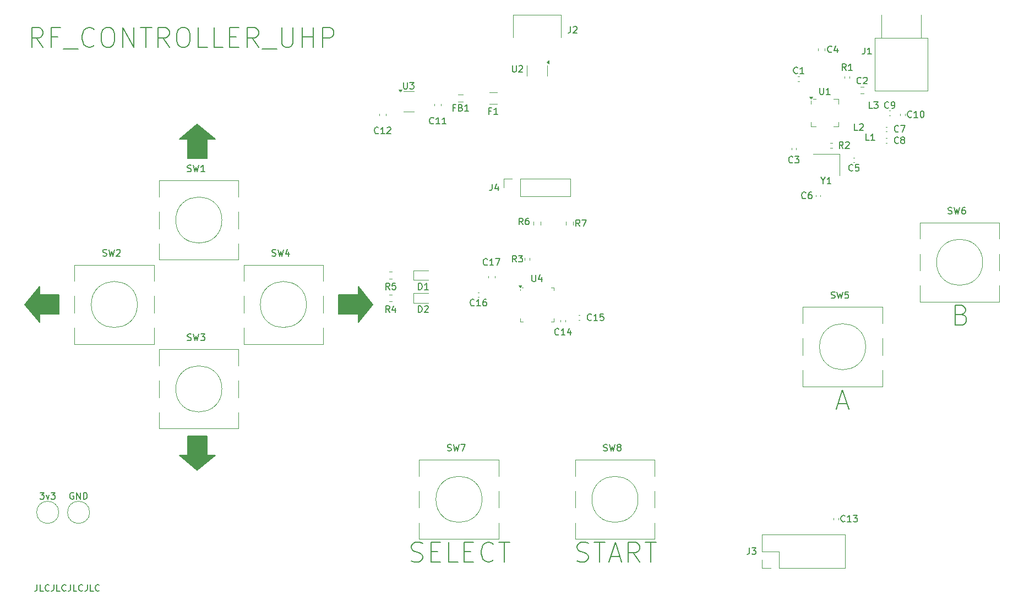
<source format=gbr>
%TF.GenerationSoftware,KiCad,Pcbnew,8.0.2*%
%TF.CreationDate,2024-06-07T13:42:10-07:00*%
%TF.ProjectId,STM_RF_PCB,53544d5f-5246-45f5-9043-422e6b696361,rev?*%
%TF.SameCoordinates,Original*%
%TF.FileFunction,Legend,Top*%
%TF.FilePolarity,Positive*%
%FSLAX46Y46*%
G04 Gerber Fmt 4.6, Leading zero omitted, Abs format (unit mm)*
G04 Created by KiCad (PCBNEW 8.0.2) date 2024-06-07 13:42:10*
%MOMM*%
%LPD*%
G01*
G04 APERTURE LIST*
%ADD10C,0.160000*%
%ADD11C,0.200000*%
%ADD12C,0.120000*%
%ADD13C,0.100000*%
G04 APERTURE END LIST*
D10*
X72533834Y-65374537D02*
X71533834Y-63945965D01*
X70819548Y-65374537D02*
X70819548Y-62374537D01*
X70819548Y-62374537D02*
X71962405Y-62374537D01*
X71962405Y-62374537D02*
X72248120Y-62517394D01*
X72248120Y-62517394D02*
X72390977Y-62660251D01*
X72390977Y-62660251D02*
X72533834Y-62945965D01*
X72533834Y-62945965D02*
X72533834Y-63374537D01*
X72533834Y-63374537D02*
X72390977Y-63660251D01*
X72390977Y-63660251D02*
X72248120Y-63803108D01*
X72248120Y-63803108D02*
X71962405Y-63945965D01*
X71962405Y-63945965D02*
X70819548Y-63945965D01*
X74819548Y-63803108D02*
X73819548Y-63803108D01*
X73819548Y-65374537D02*
X73819548Y-62374537D01*
X73819548Y-62374537D02*
X75248120Y-62374537D01*
X75676692Y-65660251D02*
X77962406Y-65660251D01*
X80390977Y-65088822D02*
X80248120Y-65231680D01*
X80248120Y-65231680D02*
X79819548Y-65374537D01*
X79819548Y-65374537D02*
X79533834Y-65374537D01*
X79533834Y-65374537D02*
X79105263Y-65231680D01*
X79105263Y-65231680D02*
X78819548Y-64945965D01*
X78819548Y-64945965D02*
X78676691Y-64660251D01*
X78676691Y-64660251D02*
X78533834Y-64088822D01*
X78533834Y-64088822D02*
X78533834Y-63660251D01*
X78533834Y-63660251D02*
X78676691Y-63088822D01*
X78676691Y-63088822D02*
X78819548Y-62803108D01*
X78819548Y-62803108D02*
X79105263Y-62517394D01*
X79105263Y-62517394D02*
X79533834Y-62374537D01*
X79533834Y-62374537D02*
X79819548Y-62374537D01*
X79819548Y-62374537D02*
X80248120Y-62517394D01*
X80248120Y-62517394D02*
X80390977Y-62660251D01*
X82248120Y-62374537D02*
X82819548Y-62374537D01*
X82819548Y-62374537D02*
X83105263Y-62517394D01*
X83105263Y-62517394D02*
X83390977Y-62803108D01*
X83390977Y-62803108D02*
X83533834Y-63374537D01*
X83533834Y-63374537D02*
X83533834Y-64374537D01*
X83533834Y-64374537D02*
X83390977Y-64945965D01*
X83390977Y-64945965D02*
X83105263Y-65231680D01*
X83105263Y-65231680D02*
X82819548Y-65374537D01*
X82819548Y-65374537D02*
X82248120Y-65374537D01*
X82248120Y-65374537D02*
X81962406Y-65231680D01*
X81962406Y-65231680D02*
X81676691Y-64945965D01*
X81676691Y-64945965D02*
X81533834Y-64374537D01*
X81533834Y-64374537D02*
X81533834Y-63374537D01*
X81533834Y-63374537D02*
X81676691Y-62803108D01*
X81676691Y-62803108D02*
X81962406Y-62517394D01*
X81962406Y-62517394D02*
X82248120Y-62374537D01*
X84819548Y-65374537D02*
X84819548Y-62374537D01*
X84819548Y-62374537D02*
X86533834Y-65374537D01*
X86533834Y-65374537D02*
X86533834Y-62374537D01*
X87533834Y-62374537D02*
X89248120Y-62374537D01*
X88390977Y-65374537D02*
X88390977Y-62374537D01*
X91962405Y-65374537D02*
X90962405Y-63945965D01*
X90248119Y-65374537D02*
X90248119Y-62374537D01*
X90248119Y-62374537D02*
X91390976Y-62374537D01*
X91390976Y-62374537D02*
X91676691Y-62517394D01*
X91676691Y-62517394D02*
X91819548Y-62660251D01*
X91819548Y-62660251D02*
X91962405Y-62945965D01*
X91962405Y-62945965D02*
X91962405Y-63374537D01*
X91962405Y-63374537D02*
X91819548Y-63660251D01*
X91819548Y-63660251D02*
X91676691Y-63803108D01*
X91676691Y-63803108D02*
X91390976Y-63945965D01*
X91390976Y-63945965D02*
X90248119Y-63945965D01*
X93819548Y-62374537D02*
X94390976Y-62374537D01*
X94390976Y-62374537D02*
X94676691Y-62517394D01*
X94676691Y-62517394D02*
X94962405Y-62803108D01*
X94962405Y-62803108D02*
X95105262Y-63374537D01*
X95105262Y-63374537D02*
X95105262Y-64374537D01*
X95105262Y-64374537D02*
X94962405Y-64945965D01*
X94962405Y-64945965D02*
X94676691Y-65231680D01*
X94676691Y-65231680D02*
X94390976Y-65374537D01*
X94390976Y-65374537D02*
X93819548Y-65374537D01*
X93819548Y-65374537D02*
X93533834Y-65231680D01*
X93533834Y-65231680D02*
X93248119Y-64945965D01*
X93248119Y-64945965D02*
X93105262Y-64374537D01*
X93105262Y-64374537D02*
X93105262Y-63374537D01*
X93105262Y-63374537D02*
X93248119Y-62803108D01*
X93248119Y-62803108D02*
X93533834Y-62517394D01*
X93533834Y-62517394D02*
X93819548Y-62374537D01*
X97819548Y-65374537D02*
X96390976Y-65374537D01*
X96390976Y-65374537D02*
X96390976Y-62374537D01*
X100248119Y-65374537D02*
X98819547Y-65374537D01*
X98819547Y-65374537D02*
X98819547Y-62374537D01*
X101248118Y-63803108D02*
X102248118Y-63803108D01*
X102676690Y-65374537D02*
X101248118Y-65374537D01*
X101248118Y-65374537D02*
X101248118Y-62374537D01*
X101248118Y-62374537D02*
X102676690Y-62374537D01*
X105676690Y-65374537D02*
X104676690Y-63945965D01*
X103962404Y-65374537D02*
X103962404Y-62374537D01*
X103962404Y-62374537D02*
X105105261Y-62374537D01*
X105105261Y-62374537D02*
X105390976Y-62517394D01*
X105390976Y-62517394D02*
X105533833Y-62660251D01*
X105533833Y-62660251D02*
X105676690Y-62945965D01*
X105676690Y-62945965D02*
X105676690Y-63374537D01*
X105676690Y-63374537D02*
X105533833Y-63660251D01*
X105533833Y-63660251D02*
X105390976Y-63803108D01*
X105390976Y-63803108D02*
X105105261Y-63945965D01*
X105105261Y-63945965D02*
X103962404Y-63945965D01*
X106248119Y-65660251D02*
X108533833Y-65660251D01*
X109248118Y-62374537D02*
X109248118Y-64803108D01*
X109248118Y-64803108D02*
X109390975Y-65088822D01*
X109390975Y-65088822D02*
X109533833Y-65231680D01*
X109533833Y-65231680D02*
X109819547Y-65374537D01*
X109819547Y-65374537D02*
X110390975Y-65374537D01*
X110390975Y-65374537D02*
X110676690Y-65231680D01*
X110676690Y-65231680D02*
X110819547Y-65088822D01*
X110819547Y-65088822D02*
X110962404Y-64803108D01*
X110962404Y-64803108D02*
X110962404Y-62374537D01*
X112390975Y-65374537D02*
X112390975Y-62374537D01*
X112390975Y-63803108D02*
X114105261Y-63803108D01*
X114105261Y-65374537D02*
X114105261Y-62374537D01*
X115533832Y-65374537D02*
X115533832Y-62374537D01*
X115533832Y-62374537D02*
X116676689Y-62374537D01*
X116676689Y-62374537D02*
X116962404Y-62517394D01*
X116962404Y-62517394D02*
X117105261Y-62660251D01*
X117105261Y-62660251D02*
X117248118Y-62945965D01*
X117248118Y-62945965D02*
X117248118Y-63374537D01*
X117248118Y-63374537D02*
X117105261Y-63660251D01*
X117105261Y-63660251D02*
X116962404Y-63803108D01*
X116962404Y-63803108D02*
X116676689Y-63945965D01*
X116676689Y-63945965D02*
X115533832Y-63945965D01*
X99000000Y-79500000D02*
X97750000Y-79500000D01*
X97750000Y-82500000D01*
X94750000Y-82500000D01*
X94750000Y-79500000D01*
X93500000Y-79500000D01*
X96250000Y-77250000D01*
X99000000Y-79500000D01*
G36*
X99000000Y-79500000D02*
G01*
X97750000Y-79500000D01*
X97750000Y-82500000D01*
X94750000Y-82500000D01*
X94750000Y-79500000D01*
X93500000Y-79500000D01*
X96250000Y-77250000D01*
X99000000Y-79500000D01*
G37*
X72000000Y-103500000D02*
X75000000Y-103500000D01*
X75000000Y-106500000D01*
X72000000Y-106500000D01*
X72000000Y-107750000D01*
X69750000Y-105000000D01*
X72000000Y-102250000D01*
X72000000Y-103500000D01*
G36*
X72000000Y-103500000D02*
G01*
X75000000Y-103500000D01*
X75000000Y-106500000D01*
X72000000Y-106500000D01*
X72000000Y-107750000D01*
X69750000Y-105000000D01*
X72000000Y-102250000D01*
X72000000Y-103500000D01*
G37*
X97750000Y-128250000D02*
X99000000Y-128250000D01*
X96250000Y-130500000D01*
X93500000Y-128250000D01*
X94750000Y-128250000D01*
X94750000Y-125250000D01*
X97750000Y-125250000D01*
X97750000Y-128250000D01*
G36*
X97750000Y-128250000D02*
G01*
X99000000Y-128250000D01*
X96250000Y-130500000D01*
X93500000Y-128250000D01*
X94750000Y-128250000D01*
X94750000Y-125250000D01*
X97750000Y-125250000D01*
X97750000Y-128250000D01*
G37*
X123250000Y-105000000D02*
X121000000Y-107750000D01*
X121000000Y-106500000D01*
X118000000Y-106500000D01*
X118000000Y-103500000D01*
X121000000Y-103500000D01*
X121000000Y-102250000D01*
X123250000Y-105000000D01*
G36*
X123250000Y-105000000D02*
G01*
X121000000Y-107750000D01*
X121000000Y-106500000D01*
X118000000Y-106500000D01*
X118000000Y-103500000D01*
X121000000Y-103500000D01*
X121000000Y-102250000D01*
X123250000Y-105000000D01*
G37*
X71629072Y-148119299D02*
X71629072Y-148833584D01*
X71629072Y-148833584D02*
X71581453Y-148976441D01*
X71581453Y-148976441D02*
X71486215Y-149071680D01*
X71486215Y-149071680D02*
X71343358Y-149119299D01*
X71343358Y-149119299D02*
X71248120Y-149119299D01*
X72581453Y-149119299D02*
X72105263Y-149119299D01*
X72105263Y-149119299D02*
X72105263Y-148119299D01*
X73486215Y-149024060D02*
X73438596Y-149071680D01*
X73438596Y-149071680D02*
X73295739Y-149119299D01*
X73295739Y-149119299D02*
X73200501Y-149119299D01*
X73200501Y-149119299D02*
X73057644Y-149071680D01*
X73057644Y-149071680D02*
X72962406Y-148976441D01*
X72962406Y-148976441D02*
X72914787Y-148881203D01*
X72914787Y-148881203D02*
X72867168Y-148690727D01*
X72867168Y-148690727D02*
X72867168Y-148547870D01*
X72867168Y-148547870D02*
X72914787Y-148357394D01*
X72914787Y-148357394D02*
X72962406Y-148262156D01*
X72962406Y-148262156D02*
X73057644Y-148166918D01*
X73057644Y-148166918D02*
X73200501Y-148119299D01*
X73200501Y-148119299D02*
X73295739Y-148119299D01*
X73295739Y-148119299D02*
X73438596Y-148166918D01*
X73438596Y-148166918D02*
X73486215Y-148214537D01*
X74200501Y-148119299D02*
X74200501Y-148833584D01*
X74200501Y-148833584D02*
X74152882Y-148976441D01*
X74152882Y-148976441D02*
X74057644Y-149071680D01*
X74057644Y-149071680D02*
X73914787Y-149119299D01*
X73914787Y-149119299D02*
X73819549Y-149119299D01*
X75152882Y-149119299D02*
X74676692Y-149119299D01*
X74676692Y-149119299D02*
X74676692Y-148119299D01*
X76057644Y-149024060D02*
X76010025Y-149071680D01*
X76010025Y-149071680D02*
X75867168Y-149119299D01*
X75867168Y-149119299D02*
X75771930Y-149119299D01*
X75771930Y-149119299D02*
X75629073Y-149071680D01*
X75629073Y-149071680D02*
X75533835Y-148976441D01*
X75533835Y-148976441D02*
X75486216Y-148881203D01*
X75486216Y-148881203D02*
X75438597Y-148690727D01*
X75438597Y-148690727D02*
X75438597Y-148547870D01*
X75438597Y-148547870D02*
X75486216Y-148357394D01*
X75486216Y-148357394D02*
X75533835Y-148262156D01*
X75533835Y-148262156D02*
X75629073Y-148166918D01*
X75629073Y-148166918D02*
X75771930Y-148119299D01*
X75771930Y-148119299D02*
X75867168Y-148119299D01*
X75867168Y-148119299D02*
X76010025Y-148166918D01*
X76010025Y-148166918D02*
X76057644Y-148214537D01*
X76771930Y-148119299D02*
X76771930Y-148833584D01*
X76771930Y-148833584D02*
X76724311Y-148976441D01*
X76724311Y-148976441D02*
X76629073Y-149071680D01*
X76629073Y-149071680D02*
X76486216Y-149119299D01*
X76486216Y-149119299D02*
X76390978Y-149119299D01*
X77724311Y-149119299D02*
X77248121Y-149119299D01*
X77248121Y-149119299D02*
X77248121Y-148119299D01*
X78629073Y-149024060D02*
X78581454Y-149071680D01*
X78581454Y-149071680D02*
X78438597Y-149119299D01*
X78438597Y-149119299D02*
X78343359Y-149119299D01*
X78343359Y-149119299D02*
X78200502Y-149071680D01*
X78200502Y-149071680D02*
X78105264Y-148976441D01*
X78105264Y-148976441D02*
X78057645Y-148881203D01*
X78057645Y-148881203D02*
X78010026Y-148690727D01*
X78010026Y-148690727D02*
X78010026Y-148547870D01*
X78010026Y-148547870D02*
X78057645Y-148357394D01*
X78057645Y-148357394D02*
X78105264Y-148262156D01*
X78105264Y-148262156D02*
X78200502Y-148166918D01*
X78200502Y-148166918D02*
X78343359Y-148119299D01*
X78343359Y-148119299D02*
X78438597Y-148119299D01*
X78438597Y-148119299D02*
X78581454Y-148166918D01*
X78581454Y-148166918D02*
X78629073Y-148214537D01*
X79343359Y-148119299D02*
X79343359Y-148833584D01*
X79343359Y-148833584D02*
X79295740Y-148976441D01*
X79295740Y-148976441D02*
X79200502Y-149071680D01*
X79200502Y-149071680D02*
X79057645Y-149119299D01*
X79057645Y-149119299D02*
X78962407Y-149119299D01*
X80295740Y-149119299D02*
X79819550Y-149119299D01*
X79819550Y-149119299D02*
X79819550Y-148119299D01*
X81200502Y-149024060D02*
X81152883Y-149071680D01*
X81152883Y-149071680D02*
X81010026Y-149119299D01*
X81010026Y-149119299D02*
X80914788Y-149119299D01*
X80914788Y-149119299D02*
X80771931Y-149071680D01*
X80771931Y-149071680D02*
X80676693Y-148976441D01*
X80676693Y-148976441D02*
X80629074Y-148881203D01*
X80629074Y-148881203D02*
X80581455Y-148690727D01*
X80581455Y-148690727D02*
X80581455Y-148547870D01*
X80581455Y-148547870D02*
X80629074Y-148357394D01*
X80629074Y-148357394D02*
X80676693Y-148262156D01*
X80676693Y-148262156D02*
X80771931Y-148166918D01*
X80771931Y-148166918D02*
X80914788Y-148119299D01*
X80914788Y-148119299D02*
X81010026Y-148119299D01*
X81010026Y-148119299D02*
X81152883Y-148166918D01*
X81152883Y-148166918D02*
X81200502Y-148214537D01*
X77238095Y-134003918D02*
X77142857Y-133956299D01*
X77142857Y-133956299D02*
X77000000Y-133956299D01*
X77000000Y-133956299D02*
X76857143Y-134003918D01*
X76857143Y-134003918D02*
X76761905Y-134099156D01*
X76761905Y-134099156D02*
X76714286Y-134194394D01*
X76714286Y-134194394D02*
X76666667Y-134384870D01*
X76666667Y-134384870D02*
X76666667Y-134527727D01*
X76666667Y-134527727D02*
X76714286Y-134718203D01*
X76714286Y-134718203D02*
X76761905Y-134813441D01*
X76761905Y-134813441D02*
X76857143Y-134908680D01*
X76857143Y-134908680D02*
X77000000Y-134956299D01*
X77000000Y-134956299D02*
X77095238Y-134956299D01*
X77095238Y-134956299D02*
X77238095Y-134908680D01*
X77238095Y-134908680D02*
X77285714Y-134861060D01*
X77285714Y-134861060D02*
X77285714Y-134527727D01*
X77285714Y-134527727D02*
X77095238Y-134527727D01*
X77714286Y-134956299D02*
X77714286Y-133956299D01*
X77714286Y-133956299D02*
X78285714Y-134956299D01*
X78285714Y-134956299D02*
X78285714Y-133956299D01*
X78761905Y-134956299D02*
X78761905Y-133956299D01*
X78761905Y-133956299D02*
X79000000Y-133956299D01*
X79000000Y-133956299D02*
X79142857Y-134003918D01*
X79142857Y-134003918D02*
X79238095Y-134099156D01*
X79238095Y-134099156D02*
X79285714Y-134194394D01*
X79285714Y-134194394D02*
X79333333Y-134384870D01*
X79333333Y-134384870D02*
X79333333Y-134527727D01*
X79333333Y-134527727D02*
X79285714Y-134718203D01*
X79285714Y-134718203D02*
X79238095Y-134813441D01*
X79238095Y-134813441D02*
X79142857Y-134908680D01*
X79142857Y-134908680D02*
X79000000Y-134956299D01*
X79000000Y-134956299D02*
X78761905Y-134956299D01*
X72059524Y-133956299D02*
X72678571Y-133956299D01*
X72678571Y-133956299D02*
X72345238Y-134337251D01*
X72345238Y-134337251D02*
X72488095Y-134337251D01*
X72488095Y-134337251D02*
X72583333Y-134384870D01*
X72583333Y-134384870D02*
X72630952Y-134432489D01*
X72630952Y-134432489D02*
X72678571Y-134527727D01*
X72678571Y-134527727D02*
X72678571Y-134765822D01*
X72678571Y-134765822D02*
X72630952Y-134861060D01*
X72630952Y-134861060D02*
X72583333Y-134908680D01*
X72583333Y-134908680D02*
X72488095Y-134956299D01*
X72488095Y-134956299D02*
X72202381Y-134956299D01*
X72202381Y-134956299D02*
X72107143Y-134908680D01*
X72107143Y-134908680D02*
X72059524Y-134861060D01*
X73011905Y-134289632D02*
X73250000Y-134956299D01*
X73250000Y-134956299D02*
X73488095Y-134289632D01*
X73773810Y-133956299D02*
X74392857Y-133956299D01*
X74392857Y-133956299D02*
X74059524Y-134337251D01*
X74059524Y-134337251D02*
X74202381Y-134337251D01*
X74202381Y-134337251D02*
X74297619Y-134384870D01*
X74297619Y-134384870D02*
X74345238Y-134432489D01*
X74345238Y-134432489D02*
X74392857Y-134527727D01*
X74392857Y-134527727D02*
X74392857Y-134765822D01*
X74392857Y-134765822D02*
X74345238Y-134861060D01*
X74345238Y-134861060D02*
X74297619Y-134908680D01*
X74297619Y-134908680D02*
X74202381Y-134956299D01*
X74202381Y-134956299D02*
X73916667Y-134956299D01*
X73916667Y-134956299D02*
X73821429Y-134908680D01*
X73821429Y-134908680D02*
X73773810Y-134861060D01*
X193746667Y-103996680D02*
X193889524Y-104044299D01*
X193889524Y-104044299D02*
X194127619Y-104044299D01*
X194127619Y-104044299D02*
X194222857Y-103996680D01*
X194222857Y-103996680D02*
X194270476Y-103949060D01*
X194270476Y-103949060D02*
X194318095Y-103853822D01*
X194318095Y-103853822D02*
X194318095Y-103758584D01*
X194318095Y-103758584D02*
X194270476Y-103663346D01*
X194270476Y-103663346D02*
X194222857Y-103615727D01*
X194222857Y-103615727D02*
X194127619Y-103568108D01*
X194127619Y-103568108D02*
X193937143Y-103520489D01*
X193937143Y-103520489D02*
X193841905Y-103472870D01*
X193841905Y-103472870D02*
X193794286Y-103425251D01*
X193794286Y-103425251D02*
X193746667Y-103330013D01*
X193746667Y-103330013D02*
X193746667Y-103234775D01*
X193746667Y-103234775D02*
X193794286Y-103139537D01*
X193794286Y-103139537D02*
X193841905Y-103091918D01*
X193841905Y-103091918D02*
X193937143Y-103044299D01*
X193937143Y-103044299D02*
X194175238Y-103044299D01*
X194175238Y-103044299D02*
X194318095Y-103091918D01*
X194651429Y-103044299D02*
X194889524Y-104044299D01*
X194889524Y-104044299D02*
X195080000Y-103330013D01*
X195080000Y-103330013D02*
X195270476Y-104044299D01*
X195270476Y-104044299D02*
X195508572Y-103044299D01*
X196365714Y-103044299D02*
X195889524Y-103044299D01*
X195889524Y-103044299D02*
X195841905Y-103520489D01*
X195841905Y-103520489D02*
X195889524Y-103472870D01*
X195889524Y-103472870D02*
X195984762Y-103425251D01*
X195984762Y-103425251D02*
X196222857Y-103425251D01*
X196222857Y-103425251D02*
X196318095Y-103472870D01*
X196318095Y-103472870D02*
X196365714Y-103520489D01*
X196365714Y-103520489D02*
X196413333Y-103615727D01*
X196413333Y-103615727D02*
X196413333Y-103853822D01*
X196413333Y-103853822D02*
X196365714Y-103949060D01*
X196365714Y-103949060D02*
X196318095Y-103996680D01*
X196318095Y-103996680D02*
X196222857Y-104044299D01*
X196222857Y-104044299D02*
X195984762Y-104044299D01*
X195984762Y-104044299D02*
X195889524Y-103996680D01*
X195889524Y-103996680D02*
X195841905Y-103949060D01*
D11*
X194785714Y-120270314D02*
X196214286Y-120270314D01*
X194500000Y-121127457D02*
X195500000Y-118127457D01*
X195500000Y-118127457D02*
X196500000Y-121127457D01*
D10*
X144738095Y-68204299D02*
X144738095Y-69013822D01*
X144738095Y-69013822D02*
X144785714Y-69109060D01*
X144785714Y-69109060D02*
X144833333Y-69156680D01*
X144833333Y-69156680D02*
X144928571Y-69204299D01*
X144928571Y-69204299D02*
X145119047Y-69204299D01*
X145119047Y-69204299D02*
X145214285Y-69156680D01*
X145214285Y-69156680D02*
X145261904Y-69109060D01*
X145261904Y-69109060D02*
X145309523Y-69013822D01*
X145309523Y-69013822D02*
X145309523Y-68204299D01*
X145738095Y-68299537D02*
X145785714Y-68251918D01*
X145785714Y-68251918D02*
X145880952Y-68204299D01*
X145880952Y-68204299D02*
X146119047Y-68204299D01*
X146119047Y-68204299D02*
X146214285Y-68251918D01*
X146214285Y-68251918D02*
X146261904Y-68299537D01*
X146261904Y-68299537D02*
X146309523Y-68394775D01*
X146309523Y-68394775D02*
X146309523Y-68490013D01*
X146309523Y-68490013D02*
X146261904Y-68632870D01*
X146261904Y-68632870D02*
X145690476Y-69204299D01*
X145690476Y-69204299D02*
X146309523Y-69204299D01*
X146333333Y-92704299D02*
X146000000Y-92228108D01*
X145761905Y-92704299D02*
X145761905Y-91704299D01*
X145761905Y-91704299D02*
X146142857Y-91704299D01*
X146142857Y-91704299D02*
X146238095Y-91751918D01*
X146238095Y-91751918D02*
X146285714Y-91799537D01*
X146285714Y-91799537D02*
X146333333Y-91894775D01*
X146333333Y-91894775D02*
X146333333Y-92037632D01*
X146333333Y-92037632D02*
X146285714Y-92132870D01*
X146285714Y-92132870D02*
X146238095Y-92180489D01*
X146238095Y-92180489D02*
X146142857Y-92228108D01*
X146142857Y-92228108D02*
X145761905Y-92228108D01*
X147190476Y-91704299D02*
X147000000Y-91704299D01*
X147000000Y-91704299D02*
X146904762Y-91751918D01*
X146904762Y-91751918D02*
X146857143Y-91799537D01*
X146857143Y-91799537D02*
X146761905Y-91942394D01*
X146761905Y-91942394D02*
X146714286Y-92132870D01*
X146714286Y-92132870D02*
X146714286Y-92513822D01*
X146714286Y-92513822D02*
X146761905Y-92609060D01*
X146761905Y-92609060D02*
X146809524Y-92656680D01*
X146809524Y-92656680D02*
X146904762Y-92704299D01*
X146904762Y-92704299D02*
X147095238Y-92704299D01*
X147095238Y-92704299D02*
X147190476Y-92656680D01*
X147190476Y-92656680D02*
X147238095Y-92609060D01*
X147238095Y-92609060D02*
X147285714Y-92513822D01*
X147285714Y-92513822D02*
X147285714Y-92275727D01*
X147285714Y-92275727D02*
X147238095Y-92180489D01*
X147238095Y-92180489D02*
X147190476Y-92132870D01*
X147190476Y-92132870D02*
X147095238Y-92085251D01*
X147095238Y-92085251D02*
X146904762Y-92085251D01*
X146904762Y-92085251D02*
X146809524Y-92132870D01*
X146809524Y-92132870D02*
X146761905Y-92180489D01*
X146761905Y-92180489D02*
X146714286Y-92275727D01*
X125833333Y-102704299D02*
X125500000Y-102228108D01*
X125261905Y-102704299D02*
X125261905Y-101704299D01*
X125261905Y-101704299D02*
X125642857Y-101704299D01*
X125642857Y-101704299D02*
X125738095Y-101751918D01*
X125738095Y-101751918D02*
X125785714Y-101799537D01*
X125785714Y-101799537D02*
X125833333Y-101894775D01*
X125833333Y-101894775D02*
X125833333Y-102037632D01*
X125833333Y-102037632D02*
X125785714Y-102132870D01*
X125785714Y-102132870D02*
X125738095Y-102180489D01*
X125738095Y-102180489D02*
X125642857Y-102228108D01*
X125642857Y-102228108D02*
X125261905Y-102228108D01*
X126738095Y-101704299D02*
X126261905Y-101704299D01*
X126261905Y-101704299D02*
X126214286Y-102180489D01*
X126214286Y-102180489D02*
X126261905Y-102132870D01*
X126261905Y-102132870D02*
X126357143Y-102085251D01*
X126357143Y-102085251D02*
X126595238Y-102085251D01*
X126595238Y-102085251D02*
X126690476Y-102132870D01*
X126690476Y-102132870D02*
X126738095Y-102180489D01*
X126738095Y-102180489D02*
X126785714Y-102275727D01*
X126785714Y-102275727D02*
X126785714Y-102513822D01*
X126785714Y-102513822D02*
X126738095Y-102609060D01*
X126738095Y-102609060D02*
X126690476Y-102656680D01*
X126690476Y-102656680D02*
X126595238Y-102704299D01*
X126595238Y-102704299D02*
X126357143Y-102704299D01*
X126357143Y-102704299D02*
X126261905Y-102656680D01*
X126261905Y-102656680D02*
X126214286Y-102609060D01*
X189833333Y-88609060D02*
X189785714Y-88656680D01*
X189785714Y-88656680D02*
X189642857Y-88704299D01*
X189642857Y-88704299D02*
X189547619Y-88704299D01*
X189547619Y-88704299D02*
X189404762Y-88656680D01*
X189404762Y-88656680D02*
X189309524Y-88561441D01*
X189309524Y-88561441D02*
X189261905Y-88466203D01*
X189261905Y-88466203D02*
X189214286Y-88275727D01*
X189214286Y-88275727D02*
X189214286Y-88132870D01*
X189214286Y-88132870D02*
X189261905Y-87942394D01*
X189261905Y-87942394D02*
X189309524Y-87847156D01*
X189309524Y-87847156D02*
X189404762Y-87751918D01*
X189404762Y-87751918D02*
X189547619Y-87704299D01*
X189547619Y-87704299D02*
X189642857Y-87704299D01*
X189642857Y-87704299D02*
X189785714Y-87751918D01*
X189785714Y-87751918D02*
X189833333Y-87799537D01*
X190690476Y-87704299D02*
X190500000Y-87704299D01*
X190500000Y-87704299D02*
X190404762Y-87751918D01*
X190404762Y-87751918D02*
X190357143Y-87799537D01*
X190357143Y-87799537D02*
X190261905Y-87942394D01*
X190261905Y-87942394D02*
X190214286Y-88132870D01*
X190214286Y-88132870D02*
X190214286Y-88513822D01*
X190214286Y-88513822D02*
X190261905Y-88609060D01*
X190261905Y-88609060D02*
X190309524Y-88656680D01*
X190309524Y-88656680D02*
X190404762Y-88704299D01*
X190404762Y-88704299D02*
X190595238Y-88704299D01*
X190595238Y-88704299D02*
X190690476Y-88656680D01*
X190690476Y-88656680D02*
X190738095Y-88609060D01*
X190738095Y-88609060D02*
X190785714Y-88513822D01*
X190785714Y-88513822D02*
X190785714Y-88275727D01*
X190785714Y-88275727D02*
X190738095Y-88180489D01*
X190738095Y-88180489D02*
X190690476Y-88132870D01*
X190690476Y-88132870D02*
X190595238Y-88085251D01*
X190595238Y-88085251D02*
X190404762Y-88085251D01*
X190404762Y-88085251D02*
X190309524Y-88132870D01*
X190309524Y-88132870D02*
X190261905Y-88180489D01*
X190261905Y-88180489D02*
X190214286Y-88275727D01*
X204083333Y-80109060D02*
X204035714Y-80156680D01*
X204035714Y-80156680D02*
X203892857Y-80204299D01*
X203892857Y-80204299D02*
X203797619Y-80204299D01*
X203797619Y-80204299D02*
X203654762Y-80156680D01*
X203654762Y-80156680D02*
X203559524Y-80061441D01*
X203559524Y-80061441D02*
X203511905Y-79966203D01*
X203511905Y-79966203D02*
X203464286Y-79775727D01*
X203464286Y-79775727D02*
X203464286Y-79632870D01*
X203464286Y-79632870D02*
X203511905Y-79442394D01*
X203511905Y-79442394D02*
X203559524Y-79347156D01*
X203559524Y-79347156D02*
X203654762Y-79251918D01*
X203654762Y-79251918D02*
X203797619Y-79204299D01*
X203797619Y-79204299D02*
X203892857Y-79204299D01*
X203892857Y-79204299D02*
X204035714Y-79251918D01*
X204035714Y-79251918D02*
X204083333Y-79299537D01*
X204654762Y-79632870D02*
X204559524Y-79585251D01*
X204559524Y-79585251D02*
X204511905Y-79537632D01*
X204511905Y-79537632D02*
X204464286Y-79442394D01*
X204464286Y-79442394D02*
X204464286Y-79394775D01*
X204464286Y-79394775D02*
X204511905Y-79299537D01*
X204511905Y-79299537D02*
X204559524Y-79251918D01*
X204559524Y-79251918D02*
X204654762Y-79204299D01*
X204654762Y-79204299D02*
X204845238Y-79204299D01*
X204845238Y-79204299D02*
X204940476Y-79251918D01*
X204940476Y-79251918D02*
X204988095Y-79299537D01*
X204988095Y-79299537D02*
X205035714Y-79394775D01*
X205035714Y-79394775D02*
X205035714Y-79442394D01*
X205035714Y-79442394D02*
X204988095Y-79537632D01*
X204988095Y-79537632D02*
X204940476Y-79585251D01*
X204940476Y-79585251D02*
X204845238Y-79632870D01*
X204845238Y-79632870D02*
X204654762Y-79632870D01*
X204654762Y-79632870D02*
X204559524Y-79680489D01*
X204559524Y-79680489D02*
X204511905Y-79728108D01*
X204511905Y-79728108D02*
X204464286Y-79823346D01*
X204464286Y-79823346D02*
X204464286Y-80013822D01*
X204464286Y-80013822D02*
X204511905Y-80109060D01*
X204511905Y-80109060D02*
X204559524Y-80156680D01*
X204559524Y-80156680D02*
X204654762Y-80204299D01*
X204654762Y-80204299D02*
X204845238Y-80204299D01*
X204845238Y-80204299D02*
X204940476Y-80156680D01*
X204940476Y-80156680D02*
X204988095Y-80109060D01*
X204988095Y-80109060D02*
X205035714Y-80013822D01*
X205035714Y-80013822D02*
X205035714Y-79823346D01*
X205035714Y-79823346D02*
X204988095Y-79728108D01*
X204988095Y-79728108D02*
X204940476Y-79680489D01*
X204940476Y-79680489D02*
X204845238Y-79632870D01*
X197833333Y-78189299D02*
X197357143Y-78189299D01*
X197357143Y-78189299D02*
X197357143Y-77189299D01*
X198119048Y-77284537D02*
X198166667Y-77236918D01*
X198166667Y-77236918D02*
X198261905Y-77189299D01*
X198261905Y-77189299D02*
X198500000Y-77189299D01*
X198500000Y-77189299D02*
X198595238Y-77236918D01*
X198595238Y-77236918D02*
X198642857Y-77284537D01*
X198642857Y-77284537D02*
X198690476Y-77379775D01*
X198690476Y-77379775D02*
X198690476Y-77475013D01*
X198690476Y-77475013D02*
X198642857Y-77617870D01*
X198642857Y-77617870D02*
X198071429Y-78189299D01*
X198071429Y-78189299D02*
X198690476Y-78189299D01*
X187833333Y-83109060D02*
X187785714Y-83156680D01*
X187785714Y-83156680D02*
X187642857Y-83204299D01*
X187642857Y-83204299D02*
X187547619Y-83204299D01*
X187547619Y-83204299D02*
X187404762Y-83156680D01*
X187404762Y-83156680D02*
X187309524Y-83061441D01*
X187309524Y-83061441D02*
X187261905Y-82966203D01*
X187261905Y-82966203D02*
X187214286Y-82775727D01*
X187214286Y-82775727D02*
X187214286Y-82632870D01*
X187214286Y-82632870D02*
X187261905Y-82442394D01*
X187261905Y-82442394D02*
X187309524Y-82347156D01*
X187309524Y-82347156D02*
X187404762Y-82251918D01*
X187404762Y-82251918D02*
X187547619Y-82204299D01*
X187547619Y-82204299D02*
X187642857Y-82204299D01*
X187642857Y-82204299D02*
X187785714Y-82251918D01*
X187785714Y-82251918D02*
X187833333Y-82299537D01*
X188166667Y-82204299D02*
X188785714Y-82204299D01*
X188785714Y-82204299D02*
X188452381Y-82585251D01*
X188452381Y-82585251D02*
X188595238Y-82585251D01*
X188595238Y-82585251D02*
X188690476Y-82632870D01*
X188690476Y-82632870D02*
X188738095Y-82680489D01*
X188738095Y-82680489D02*
X188785714Y-82775727D01*
X188785714Y-82775727D02*
X188785714Y-83013822D01*
X188785714Y-83013822D02*
X188738095Y-83109060D01*
X188738095Y-83109060D02*
X188690476Y-83156680D01*
X188690476Y-83156680D02*
X188595238Y-83204299D01*
X188595238Y-83204299D02*
X188309524Y-83204299D01*
X188309524Y-83204299D02*
X188214286Y-83156680D01*
X188214286Y-83156680D02*
X188166667Y-83109060D01*
X196020833Y-68954299D02*
X195687500Y-68478108D01*
X195449405Y-68954299D02*
X195449405Y-67954299D01*
X195449405Y-67954299D02*
X195830357Y-67954299D01*
X195830357Y-67954299D02*
X195925595Y-68001918D01*
X195925595Y-68001918D02*
X195973214Y-68049537D01*
X195973214Y-68049537D02*
X196020833Y-68144775D01*
X196020833Y-68144775D02*
X196020833Y-68287632D01*
X196020833Y-68287632D02*
X195973214Y-68382870D01*
X195973214Y-68382870D02*
X195925595Y-68430489D01*
X195925595Y-68430489D02*
X195830357Y-68478108D01*
X195830357Y-68478108D02*
X195449405Y-68478108D01*
X196973214Y-68954299D02*
X196401786Y-68954299D01*
X196687500Y-68954299D02*
X196687500Y-67954299D01*
X196687500Y-67954299D02*
X196592262Y-68097156D01*
X196592262Y-68097156D02*
X196497024Y-68192394D01*
X196497024Y-68192394D02*
X196401786Y-68240013D01*
X204083333Y-78359060D02*
X204035714Y-78406680D01*
X204035714Y-78406680D02*
X203892857Y-78454299D01*
X203892857Y-78454299D02*
X203797619Y-78454299D01*
X203797619Y-78454299D02*
X203654762Y-78406680D01*
X203654762Y-78406680D02*
X203559524Y-78311441D01*
X203559524Y-78311441D02*
X203511905Y-78216203D01*
X203511905Y-78216203D02*
X203464286Y-78025727D01*
X203464286Y-78025727D02*
X203464286Y-77882870D01*
X203464286Y-77882870D02*
X203511905Y-77692394D01*
X203511905Y-77692394D02*
X203559524Y-77597156D01*
X203559524Y-77597156D02*
X203654762Y-77501918D01*
X203654762Y-77501918D02*
X203797619Y-77454299D01*
X203797619Y-77454299D02*
X203892857Y-77454299D01*
X203892857Y-77454299D02*
X204035714Y-77501918D01*
X204035714Y-77501918D02*
X204083333Y-77549537D01*
X204416667Y-77454299D02*
X205083333Y-77454299D01*
X205083333Y-77454299D02*
X204654762Y-78454299D01*
X191988095Y-71654299D02*
X191988095Y-72463822D01*
X191988095Y-72463822D02*
X192035714Y-72559060D01*
X192035714Y-72559060D02*
X192083333Y-72606680D01*
X192083333Y-72606680D02*
X192178571Y-72654299D01*
X192178571Y-72654299D02*
X192369047Y-72654299D01*
X192369047Y-72654299D02*
X192464285Y-72606680D01*
X192464285Y-72606680D02*
X192511904Y-72559060D01*
X192511904Y-72559060D02*
X192559523Y-72463822D01*
X192559523Y-72463822D02*
X192559523Y-71654299D01*
X193559523Y-72654299D02*
X192988095Y-72654299D01*
X193273809Y-72654299D02*
X193273809Y-71654299D01*
X193273809Y-71654299D02*
X193178571Y-71797156D01*
X193178571Y-71797156D02*
X193083333Y-71892394D01*
X193083333Y-71892394D02*
X192988095Y-71940013D01*
X181166666Y-142459299D02*
X181166666Y-143173584D01*
X181166666Y-143173584D02*
X181119047Y-143316441D01*
X181119047Y-143316441D02*
X181023809Y-143411680D01*
X181023809Y-143411680D02*
X180880952Y-143459299D01*
X180880952Y-143459299D02*
X180785714Y-143459299D01*
X181547619Y-142459299D02*
X182166666Y-142459299D01*
X182166666Y-142459299D02*
X181833333Y-142840251D01*
X181833333Y-142840251D02*
X181976190Y-142840251D01*
X181976190Y-142840251D02*
X182071428Y-142887870D01*
X182071428Y-142887870D02*
X182119047Y-142935489D01*
X182119047Y-142935489D02*
X182166666Y-143030727D01*
X182166666Y-143030727D02*
X182166666Y-143268822D01*
X182166666Y-143268822D02*
X182119047Y-143364060D01*
X182119047Y-143364060D02*
X182071428Y-143411680D01*
X182071428Y-143411680D02*
X181976190Y-143459299D01*
X181976190Y-143459299D02*
X181690476Y-143459299D01*
X181690476Y-143459299D02*
X181595238Y-143411680D01*
X181595238Y-143411680D02*
X181547619Y-143364060D01*
X199583333Y-79704299D02*
X199107143Y-79704299D01*
X199107143Y-79704299D02*
X199107143Y-78704299D01*
X200440476Y-79704299D02*
X199869048Y-79704299D01*
X200154762Y-79704299D02*
X200154762Y-78704299D01*
X200154762Y-78704299D02*
X200059524Y-78847156D01*
X200059524Y-78847156D02*
X199964286Y-78942394D01*
X199964286Y-78942394D02*
X199869048Y-78990013D01*
X127988095Y-70804299D02*
X127988095Y-71613822D01*
X127988095Y-71613822D02*
X128035714Y-71709060D01*
X128035714Y-71709060D02*
X128083333Y-71756680D01*
X128083333Y-71756680D02*
X128178571Y-71804299D01*
X128178571Y-71804299D02*
X128369047Y-71804299D01*
X128369047Y-71804299D02*
X128464285Y-71756680D01*
X128464285Y-71756680D02*
X128511904Y-71709060D01*
X128511904Y-71709060D02*
X128559523Y-71613822D01*
X128559523Y-71613822D02*
X128559523Y-70804299D01*
X128940476Y-70804299D02*
X129559523Y-70804299D01*
X129559523Y-70804299D02*
X129226190Y-71185251D01*
X129226190Y-71185251D02*
X129369047Y-71185251D01*
X129369047Y-71185251D02*
X129464285Y-71232870D01*
X129464285Y-71232870D02*
X129511904Y-71280489D01*
X129511904Y-71280489D02*
X129559523Y-71375727D01*
X129559523Y-71375727D02*
X129559523Y-71613822D01*
X129559523Y-71613822D02*
X129511904Y-71709060D01*
X129511904Y-71709060D02*
X129464285Y-71756680D01*
X129464285Y-71756680D02*
X129369047Y-71804299D01*
X129369047Y-71804299D02*
X129083333Y-71804299D01*
X129083333Y-71804299D02*
X128988095Y-71756680D01*
X128988095Y-71756680D02*
X128940476Y-71709060D01*
X132607142Y-77109060D02*
X132559523Y-77156680D01*
X132559523Y-77156680D02*
X132416666Y-77204299D01*
X132416666Y-77204299D02*
X132321428Y-77204299D01*
X132321428Y-77204299D02*
X132178571Y-77156680D01*
X132178571Y-77156680D02*
X132083333Y-77061441D01*
X132083333Y-77061441D02*
X132035714Y-76966203D01*
X132035714Y-76966203D02*
X131988095Y-76775727D01*
X131988095Y-76775727D02*
X131988095Y-76632870D01*
X131988095Y-76632870D02*
X132035714Y-76442394D01*
X132035714Y-76442394D02*
X132083333Y-76347156D01*
X132083333Y-76347156D02*
X132178571Y-76251918D01*
X132178571Y-76251918D02*
X132321428Y-76204299D01*
X132321428Y-76204299D02*
X132416666Y-76204299D01*
X132416666Y-76204299D02*
X132559523Y-76251918D01*
X132559523Y-76251918D02*
X132607142Y-76299537D01*
X133559523Y-77204299D02*
X132988095Y-77204299D01*
X133273809Y-77204299D02*
X133273809Y-76204299D01*
X133273809Y-76204299D02*
X133178571Y-76347156D01*
X133178571Y-76347156D02*
X133083333Y-76442394D01*
X133083333Y-76442394D02*
X132988095Y-76490013D01*
X134511904Y-77204299D02*
X133940476Y-77204299D01*
X134226190Y-77204299D02*
X134226190Y-76204299D01*
X134226190Y-76204299D02*
X134130952Y-76347156D01*
X134130952Y-76347156D02*
X134035714Y-76442394D01*
X134035714Y-76442394D02*
X133940476Y-76490013D01*
X94746667Y-110496680D02*
X94889524Y-110544299D01*
X94889524Y-110544299D02*
X95127619Y-110544299D01*
X95127619Y-110544299D02*
X95222857Y-110496680D01*
X95222857Y-110496680D02*
X95270476Y-110449060D01*
X95270476Y-110449060D02*
X95318095Y-110353822D01*
X95318095Y-110353822D02*
X95318095Y-110258584D01*
X95318095Y-110258584D02*
X95270476Y-110163346D01*
X95270476Y-110163346D02*
X95222857Y-110115727D01*
X95222857Y-110115727D02*
X95127619Y-110068108D01*
X95127619Y-110068108D02*
X94937143Y-110020489D01*
X94937143Y-110020489D02*
X94841905Y-109972870D01*
X94841905Y-109972870D02*
X94794286Y-109925251D01*
X94794286Y-109925251D02*
X94746667Y-109830013D01*
X94746667Y-109830013D02*
X94746667Y-109734775D01*
X94746667Y-109734775D02*
X94794286Y-109639537D01*
X94794286Y-109639537D02*
X94841905Y-109591918D01*
X94841905Y-109591918D02*
X94937143Y-109544299D01*
X94937143Y-109544299D02*
X95175238Y-109544299D01*
X95175238Y-109544299D02*
X95318095Y-109591918D01*
X95651429Y-109544299D02*
X95889524Y-110544299D01*
X95889524Y-110544299D02*
X96080000Y-109830013D01*
X96080000Y-109830013D02*
X96270476Y-110544299D01*
X96270476Y-110544299D02*
X96508572Y-109544299D01*
X96794286Y-109544299D02*
X97413333Y-109544299D01*
X97413333Y-109544299D02*
X97080000Y-109925251D01*
X97080000Y-109925251D02*
X97222857Y-109925251D01*
X97222857Y-109925251D02*
X97318095Y-109972870D01*
X97318095Y-109972870D02*
X97365714Y-110020489D01*
X97365714Y-110020489D02*
X97413333Y-110115727D01*
X97413333Y-110115727D02*
X97413333Y-110353822D01*
X97413333Y-110353822D02*
X97365714Y-110449060D01*
X97365714Y-110449060D02*
X97318095Y-110496680D01*
X97318095Y-110496680D02*
X97222857Y-110544299D01*
X97222857Y-110544299D02*
X96937143Y-110544299D01*
X96937143Y-110544299D02*
X96841905Y-110496680D01*
X96841905Y-110496680D02*
X96794286Y-110449060D01*
X135916666Y-74680489D02*
X135583333Y-74680489D01*
X135583333Y-75204299D02*
X135583333Y-74204299D01*
X135583333Y-74204299D02*
X136059523Y-74204299D01*
X136773809Y-74680489D02*
X136916666Y-74728108D01*
X136916666Y-74728108D02*
X136964285Y-74775727D01*
X136964285Y-74775727D02*
X137011904Y-74870965D01*
X137011904Y-74870965D02*
X137011904Y-75013822D01*
X137011904Y-75013822D02*
X136964285Y-75109060D01*
X136964285Y-75109060D02*
X136916666Y-75156680D01*
X136916666Y-75156680D02*
X136821428Y-75204299D01*
X136821428Y-75204299D02*
X136440476Y-75204299D01*
X136440476Y-75204299D02*
X136440476Y-74204299D01*
X136440476Y-74204299D02*
X136773809Y-74204299D01*
X136773809Y-74204299D02*
X136869047Y-74251918D01*
X136869047Y-74251918D02*
X136916666Y-74299537D01*
X136916666Y-74299537D02*
X136964285Y-74394775D01*
X136964285Y-74394775D02*
X136964285Y-74490013D01*
X136964285Y-74490013D02*
X136916666Y-74585251D01*
X136916666Y-74585251D02*
X136869047Y-74632870D01*
X136869047Y-74632870D02*
X136773809Y-74680489D01*
X136773809Y-74680489D02*
X136440476Y-74680489D01*
X137964285Y-75204299D02*
X137392857Y-75204299D01*
X137678571Y-75204299D02*
X137678571Y-74204299D01*
X137678571Y-74204299D02*
X137583333Y-74347156D01*
X137583333Y-74347156D02*
X137488095Y-74442394D01*
X137488095Y-74442394D02*
X137392857Y-74490013D01*
X153666666Y-62204299D02*
X153666666Y-62918584D01*
X153666666Y-62918584D02*
X153619047Y-63061441D01*
X153619047Y-63061441D02*
X153523809Y-63156680D01*
X153523809Y-63156680D02*
X153380952Y-63204299D01*
X153380952Y-63204299D02*
X153285714Y-63204299D01*
X154095238Y-62299537D02*
X154142857Y-62251918D01*
X154142857Y-62251918D02*
X154238095Y-62204299D01*
X154238095Y-62204299D02*
X154476190Y-62204299D01*
X154476190Y-62204299D02*
X154571428Y-62251918D01*
X154571428Y-62251918D02*
X154619047Y-62299537D01*
X154619047Y-62299537D02*
X154666666Y-62394775D01*
X154666666Y-62394775D02*
X154666666Y-62490013D01*
X154666666Y-62490013D02*
X154619047Y-62632870D01*
X154619047Y-62632870D02*
X154047619Y-63204299D01*
X154047619Y-63204299D02*
X154666666Y-63204299D01*
X158746667Y-127496680D02*
X158889524Y-127544299D01*
X158889524Y-127544299D02*
X159127619Y-127544299D01*
X159127619Y-127544299D02*
X159222857Y-127496680D01*
X159222857Y-127496680D02*
X159270476Y-127449060D01*
X159270476Y-127449060D02*
X159318095Y-127353822D01*
X159318095Y-127353822D02*
X159318095Y-127258584D01*
X159318095Y-127258584D02*
X159270476Y-127163346D01*
X159270476Y-127163346D02*
X159222857Y-127115727D01*
X159222857Y-127115727D02*
X159127619Y-127068108D01*
X159127619Y-127068108D02*
X158937143Y-127020489D01*
X158937143Y-127020489D02*
X158841905Y-126972870D01*
X158841905Y-126972870D02*
X158794286Y-126925251D01*
X158794286Y-126925251D02*
X158746667Y-126830013D01*
X158746667Y-126830013D02*
X158746667Y-126734775D01*
X158746667Y-126734775D02*
X158794286Y-126639537D01*
X158794286Y-126639537D02*
X158841905Y-126591918D01*
X158841905Y-126591918D02*
X158937143Y-126544299D01*
X158937143Y-126544299D02*
X159175238Y-126544299D01*
X159175238Y-126544299D02*
X159318095Y-126591918D01*
X159651429Y-126544299D02*
X159889524Y-127544299D01*
X159889524Y-127544299D02*
X160080000Y-126830013D01*
X160080000Y-126830013D02*
X160270476Y-127544299D01*
X160270476Y-127544299D02*
X160508572Y-126544299D01*
X161032381Y-126972870D02*
X160937143Y-126925251D01*
X160937143Y-126925251D02*
X160889524Y-126877632D01*
X160889524Y-126877632D02*
X160841905Y-126782394D01*
X160841905Y-126782394D02*
X160841905Y-126734775D01*
X160841905Y-126734775D02*
X160889524Y-126639537D01*
X160889524Y-126639537D02*
X160937143Y-126591918D01*
X160937143Y-126591918D02*
X161032381Y-126544299D01*
X161032381Y-126544299D02*
X161222857Y-126544299D01*
X161222857Y-126544299D02*
X161318095Y-126591918D01*
X161318095Y-126591918D02*
X161365714Y-126639537D01*
X161365714Y-126639537D02*
X161413333Y-126734775D01*
X161413333Y-126734775D02*
X161413333Y-126782394D01*
X161413333Y-126782394D02*
X161365714Y-126877632D01*
X161365714Y-126877632D02*
X161318095Y-126925251D01*
X161318095Y-126925251D02*
X161222857Y-126972870D01*
X161222857Y-126972870D02*
X161032381Y-126972870D01*
X161032381Y-126972870D02*
X160937143Y-127020489D01*
X160937143Y-127020489D02*
X160889524Y-127068108D01*
X160889524Y-127068108D02*
X160841905Y-127163346D01*
X160841905Y-127163346D02*
X160841905Y-127353822D01*
X160841905Y-127353822D02*
X160889524Y-127449060D01*
X160889524Y-127449060D02*
X160937143Y-127496680D01*
X160937143Y-127496680D02*
X161032381Y-127544299D01*
X161032381Y-127544299D02*
X161222857Y-127544299D01*
X161222857Y-127544299D02*
X161318095Y-127496680D01*
X161318095Y-127496680D02*
X161365714Y-127449060D01*
X161365714Y-127449060D02*
X161413333Y-127353822D01*
X161413333Y-127353822D02*
X161413333Y-127163346D01*
X161413333Y-127163346D02*
X161365714Y-127068108D01*
X161365714Y-127068108D02*
X161318095Y-127020489D01*
X161318095Y-127020489D02*
X161222857Y-126972870D01*
D11*
X154691428Y-144484600D02*
X155120000Y-144627457D01*
X155120000Y-144627457D02*
X155834285Y-144627457D01*
X155834285Y-144627457D02*
X156120000Y-144484600D01*
X156120000Y-144484600D02*
X156262857Y-144341742D01*
X156262857Y-144341742D02*
X156405714Y-144056028D01*
X156405714Y-144056028D02*
X156405714Y-143770314D01*
X156405714Y-143770314D02*
X156262857Y-143484600D01*
X156262857Y-143484600D02*
X156120000Y-143341742D01*
X156120000Y-143341742D02*
X155834285Y-143198885D01*
X155834285Y-143198885D02*
X155262857Y-143056028D01*
X155262857Y-143056028D02*
X154977142Y-142913171D01*
X154977142Y-142913171D02*
X154834285Y-142770314D01*
X154834285Y-142770314D02*
X154691428Y-142484600D01*
X154691428Y-142484600D02*
X154691428Y-142198885D01*
X154691428Y-142198885D02*
X154834285Y-141913171D01*
X154834285Y-141913171D02*
X154977142Y-141770314D01*
X154977142Y-141770314D02*
X155262857Y-141627457D01*
X155262857Y-141627457D02*
X155977142Y-141627457D01*
X155977142Y-141627457D02*
X156405714Y-141770314D01*
X157262857Y-141627457D02*
X158977143Y-141627457D01*
X158120000Y-144627457D02*
X158120000Y-141627457D01*
X159834285Y-143770314D02*
X161262857Y-143770314D01*
X159548571Y-144627457D02*
X160548571Y-141627457D01*
X160548571Y-141627457D02*
X161548571Y-144627457D01*
X164262857Y-144627457D02*
X163262857Y-143198885D01*
X162548571Y-144627457D02*
X162548571Y-141627457D01*
X162548571Y-141627457D02*
X163691428Y-141627457D01*
X163691428Y-141627457D02*
X163977143Y-141770314D01*
X163977143Y-141770314D02*
X164120000Y-141913171D01*
X164120000Y-141913171D02*
X164262857Y-142198885D01*
X164262857Y-142198885D02*
X164262857Y-142627457D01*
X164262857Y-142627457D02*
X164120000Y-142913171D01*
X164120000Y-142913171D02*
X163977143Y-143056028D01*
X163977143Y-143056028D02*
X163691428Y-143198885D01*
X163691428Y-143198885D02*
X162548571Y-143198885D01*
X165120000Y-141627457D02*
X166834286Y-141627457D01*
X165977143Y-144627457D02*
X165977143Y-141627457D01*
D10*
X94746667Y-84496680D02*
X94889524Y-84544299D01*
X94889524Y-84544299D02*
X95127619Y-84544299D01*
X95127619Y-84544299D02*
X95222857Y-84496680D01*
X95222857Y-84496680D02*
X95270476Y-84449060D01*
X95270476Y-84449060D02*
X95318095Y-84353822D01*
X95318095Y-84353822D02*
X95318095Y-84258584D01*
X95318095Y-84258584D02*
X95270476Y-84163346D01*
X95270476Y-84163346D02*
X95222857Y-84115727D01*
X95222857Y-84115727D02*
X95127619Y-84068108D01*
X95127619Y-84068108D02*
X94937143Y-84020489D01*
X94937143Y-84020489D02*
X94841905Y-83972870D01*
X94841905Y-83972870D02*
X94794286Y-83925251D01*
X94794286Y-83925251D02*
X94746667Y-83830013D01*
X94746667Y-83830013D02*
X94746667Y-83734775D01*
X94746667Y-83734775D02*
X94794286Y-83639537D01*
X94794286Y-83639537D02*
X94841905Y-83591918D01*
X94841905Y-83591918D02*
X94937143Y-83544299D01*
X94937143Y-83544299D02*
X95175238Y-83544299D01*
X95175238Y-83544299D02*
X95318095Y-83591918D01*
X95651429Y-83544299D02*
X95889524Y-84544299D01*
X95889524Y-84544299D02*
X96080000Y-83830013D01*
X96080000Y-83830013D02*
X96270476Y-84544299D01*
X96270476Y-84544299D02*
X96508572Y-83544299D01*
X97413333Y-84544299D02*
X96841905Y-84544299D01*
X97127619Y-84544299D02*
X97127619Y-83544299D01*
X97127619Y-83544299D02*
X97032381Y-83687156D01*
X97032381Y-83687156D02*
X96937143Y-83782394D01*
X96937143Y-83782394D02*
X96841905Y-83830013D01*
X141416666Y-75180489D02*
X141083333Y-75180489D01*
X141083333Y-75704299D02*
X141083333Y-74704299D01*
X141083333Y-74704299D02*
X141559523Y-74704299D01*
X142464285Y-75704299D02*
X141892857Y-75704299D01*
X142178571Y-75704299D02*
X142178571Y-74704299D01*
X142178571Y-74704299D02*
X142083333Y-74847156D01*
X142083333Y-74847156D02*
X141988095Y-74942394D01*
X141988095Y-74942394D02*
X141892857Y-74990013D01*
X130261905Y-106204299D02*
X130261905Y-105204299D01*
X130261905Y-105204299D02*
X130500000Y-105204299D01*
X130500000Y-105204299D02*
X130642857Y-105251918D01*
X130642857Y-105251918D02*
X130738095Y-105347156D01*
X130738095Y-105347156D02*
X130785714Y-105442394D01*
X130785714Y-105442394D02*
X130833333Y-105632870D01*
X130833333Y-105632870D02*
X130833333Y-105775727D01*
X130833333Y-105775727D02*
X130785714Y-105966203D01*
X130785714Y-105966203D02*
X130738095Y-106061441D01*
X130738095Y-106061441D02*
X130642857Y-106156680D01*
X130642857Y-106156680D02*
X130500000Y-106204299D01*
X130500000Y-106204299D02*
X130261905Y-106204299D01*
X131214286Y-105299537D02*
X131261905Y-105251918D01*
X131261905Y-105251918D02*
X131357143Y-105204299D01*
X131357143Y-105204299D02*
X131595238Y-105204299D01*
X131595238Y-105204299D02*
X131690476Y-105251918D01*
X131690476Y-105251918D02*
X131738095Y-105299537D01*
X131738095Y-105299537D02*
X131785714Y-105394775D01*
X131785714Y-105394775D02*
X131785714Y-105490013D01*
X131785714Y-105490013D02*
X131738095Y-105632870D01*
X131738095Y-105632870D02*
X131166667Y-106204299D01*
X131166667Y-106204299D02*
X131785714Y-106204299D01*
X192523809Y-85928108D02*
X192523809Y-86404299D01*
X192190476Y-85404299D02*
X192523809Y-85928108D01*
X192523809Y-85928108D02*
X192857142Y-85404299D01*
X193714285Y-86404299D02*
X193142857Y-86404299D01*
X193428571Y-86404299D02*
X193428571Y-85404299D01*
X193428571Y-85404299D02*
X193333333Y-85547156D01*
X193333333Y-85547156D02*
X193238095Y-85642394D01*
X193238095Y-85642394D02*
X193142857Y-85690013D01*
X200083333Y-74784299D02*
X199607143Y-74784299D01*
X199607143Y-74784299D02*
X199607143Y-73784299D01*
X200321429Y-73784299D02*
X200940476Y-73784299D01*
X200940476Y-73784299D02*
X200607143Y-74165251D01*
X200607143Y-74165251D02*
X200750000Y-74165251D01*
X200750000Y-74165251D02*
X200845238Y-74212870D01*
X200845238Y-74212870D02*
X200892857Y-74260489D01*
X200892857Y-74260489D02*
X200940476Y-74355727D01*
X200940476Y-74355727D02*
X200940476Y-74593822D01*
X200940476Y-74593822D02*
X200892857Y-74689060D01*
X200892857Y-74689060D02*
X200845238Y-74736680D01*
X200845238Y-74736680D02*
X200750000Y-74784299D01*
X200750000Y-74784299D02*
X200464286Y-74784299D01*
X200464286Y-74784299D02*
X200369048Y-74736680D01*
X200369048Y-74736680D02*
X200321429Y-74689060D01*
X138857142Y-105109060D02*
X138809523Y-105156680D01*
X138809523Y-105156680D02*
X138666666Y-105204299D01*
X138666666Y-105204299D02*
X138571428Y-105204299D01*
X138571428Y-105204299D02*
X138428571Y-105156680D01*
X138428571Y-105156680D02*
X138333333Y-105061441D01*
X138333333Y-105061441D02*
X138285714Y-104966203D01*
X138285714Y-104966203D02*
X138238095Y-104775727D01*
X138238095Y-104775727D02*
X138238095Y-104632870D01*
X138238095Y-104632870D02*
X138285714Y-104442394D01*
X138285714Y-104442394D02*
X138333333Y-104347156D01*
X138333333Y-104347156D02*
X138428571Y-104251918D01*
X138428571Y-104251918D02*
X138571428Y-104204299D01*
X138571428Y-104204299D02*
X138666666Y-104204299D01*
X138666666Y-104204299D02*
X138809523Y-104251918D01*
X138809523Y-104251918D02*
X138857142Y-104299537D01*
X139809523Y-105204299D02*
X139238095Y-105204299D01*
X139523809Y-105204299D02*
X139523809Y-104204299D01*
X139523809Y-104204299D02*
X139428571Y-104347156D01*
X139428571Y-104347156D02*
X139333333Y-104442394D01*
X139333333Y-104442394D02*
X139238095Y-104490013D01*
X140666666Y-104204299D02*
X140476190Y-104204299D01*
X140476190Y-104204299D02*
X140380952Y-104251918D01*
X140380952Y-104251918D02*
X140333333Y-104299537D01*
X140333333Y-104299537D02*
X140238095Y-104442394D01*
X140238095Y-104442394D02*
X140190476Y-104632870D01*
X140190476Y-104632870D02*
X140190476Y-105013822D01*
X140190476Y-105013822D02*
X140238095Y-105109060D01*
X140238095Y-105109060D02*
X140285714Y-105156680D01*
X140285714Y-105156680D02*
X140380952Y-105204299D01*
X140380952Y-105204299D02*
X140571428Y-105204299D01*
X140571428Y-105204299D02*
X140666666Y-105156680D01*
X140666666Y-105156680D02*
X140714285Y-105109060D01*
X140714285Y-105109060D02*
X140761904Y-105013822D01*
X140761904Y-105013822D02*
X140761904Y-104775727D01*
X140761904Y-104775727D02*
X140714285Y-104680489D01*
X140714285Y-104680489D02*
X140666666Y-104632870D01*
X140666666Y-104632870D02*
X140571428Y-104585251D01*
X140571428Y-104585251D02*
X140380952Y-104585251D01*
X140380952Y-104585251D02*
X140285714Y-104632870D01*
X140285714Y-104632870D02*
X140238095Y-104680489D01*
X140238095Y-104680489D02*
X140190476Y-104775727D01*
X211746667Y-90996680D02*
X211889524Y-91044299D01*
X211889524Y-91044299D02*
X212127619Y-91044299D01*
X212127619Y-91044299D02*
X212222857Y-90996680D01*
X212222857Y-90996680D02*
X212270476Y-90949060D01*
X212270476Y-90949060D02*
X212318095Y-90853822D01*
X212318095Y-90853822D02*
X212318095Y-90758584D01*
X212318095Y-90758584D02*
X212270476Y-90663346D01*
X212270476Y-90663346D02*
X212222857Y-90615727D01*
X212222857Y-90615727D02*
X212127619Y-90568108D01*
X212127619Y-90568108D02*
X211937143Y-90520489D01*
X211937143Y-90520489D02*
X211841905Y-90472870D01*
X211841905Y-90472870D02*
X211794286Y-90425251D01*
X211794286Y-90425251D02*
X211746667Y-90330013D01*
X211746667Y-90330013D02*
X211746667Y-90234775D01*
X211746667Y-90234775D02*
X211794286Y-90139537D01*
X211794286Y-90139537D02*
X211841905Y-90091918D01*
X211841905Y-90091918D02*
X211937143Y-90044299D01*
X211937143Y-90044299D02*
X212175238Y-90044299D01*
X212175238Y-90044299D02*
X212318095Y-90091918D01*
X212651429Y-90044299D02*
X212889524Y-91044299D01*
X212889524Y-91044299D02*
X213080000Y-90330013D01*
X213080000Y-90330013D02*
X213270476Y-91044299D01*
X213270476Y-91044299D02*
X213508572Y-90044299D01*
X214318095Y-90044299D02*
X214127619Y-90044299D01*
X214127619Y-90044299D02*
X214032381Y-90091918D01*
X214032381Y-90091918D02*
X213984762Y-90139537D01*
X213984762Y-90139537D02*
X213889524Y-90282394D01*
X213889524Y-90282394D02*
X213841905Y-90472870D01*
X213841905Y-90472870D02*
X213841905Y-90853822D01*
X213841905Y-90853822D02*
X213889524Y-90949060D01*
X213889524Y-90949060D02*
X213937143Y-90996680D01*
X213937143Y-90996680D02*
X214032381Y-91044299D01*
X214032381Y-91044299D02*
X214222857Y-91044299D01*
X214222857Y-91044299D02*
X214318095Y-90996680D01*
X214318095Y-90996680D02*
X214365714Y-90949060D01*
X214365714Y-90949060D02*
X214413333Y-90853822D01*
X214413333Y-90853822D02*
X214413333Y-90615727D01*
X214413333Y-90615727D02*
X214365714Y-90520489D01*
X214365714Y-90520489D02*
X214318095Y-90472870D01*
X214318095Y-90472870D02*
X214222857Y-90425251D01*
X214222857Y-90425251D02*
X214032381Y-90425251D01*
X214032381Y-90425251D02*
X213937143Y-90472870D01*
X213937143Y-90472870D02*
X213889524Y-90520489D01*
X213889524Y-90520489D02*
X213841905Y-90615727D01*
D11*
X213834285Y-106556028D02*
X214262857Y-106698885D01*
X214262857Y-106698885D02*
X214405714Y-106841742D01*
X214405714Y-106841742D02*
X214548571Y-107127457D01*
X214548571Y-107127457D02*
X214548571Y-107556028D01*
X214548571Y-107556028D02*
X214405714Y-107841742D01*
X214405714Y-107841742D02*
X214262857Y-107984600D01*
X214262857Y-107984600D02*
X213977142Y-108127457D01*
X213977142Y-108127457D02*
X212834285Y-108127457D01*
X212834285Y-108127457D02*
X212834285Y-105127457D01*
X212834285Y-105127457D02*
X213834285Y-105127457D01*
X213834285Y-105127457D02*
X214120000Y-105270314D01*
X214120000Y-105270314D02*
X214262857Y-105413171D01*
X214262857Y-105413171D02*
X214405714Y-105698885D01*
X214405714Y-105698885D02*
X214405714Y-105984600D01*
X214405714Y-105984600D02*
X214262857Y-106270314D01*
X214262857Y-106270314D02*
X214120000Y-106413171D01*
X214120000Y-106413171D02*
X213834285Y-106556028D01*
X213834285Y-106556028D02*
X212834285Y-106556028D01*
D10*
X206107142Y-76109060D02*
X206059523Y-76156680D01*
X206059523Y-76156680D02*
X205916666Y-76204299D01*
X205916666Y-76204299D02*
X205821428Y-76204299D01*
X205821428Y-76204299D02*
X205678571Y-76156680D01*
X205678571Y-76156680D02*
X205583333Y-76061441D01*
X205583333Y-76061441D02*
X205535714Y-75966203D01*
X205535714Y-75966203D02*
X205488095Y-75775727D01*
X205488095Y-75775727D02*
X205488095Y-75632870D01*
X205488095Y-75632870D02*
X205535714Y-75442394D01*
X205535714Y-75442394D02*
X205583333Y-75347156D01*
X205583333Y-75347156D02*
X205678571Y-75251918D01*
X205678571Y-75251918D02*
X205821428Y-75204299D01*
X205821428Y-75204299D02*
X205916666Y-75204299D01*
X205916666Y-75204299D02*
X206059523Y-75251918D01*
X206059523Y-75251918D02*
X206107142Y-75299537D01*
X207059523Y-76204299D02*
X206488095Y-76204299D01*
X206773809Y-76204299D02*
X206773809Y-75204299D01*
X206773809Y-75204299D02*
X206678571Y-75347156D01*
X206678571Y-75347156D02*
X206583333Y-75442394D01*
X206583333Y-75442394D02*
X206488095Y-75490013D01*
X207678571Y-75204299D02*
X207773809Y-75204299D01*
X207773809Y-75204299D02*
X207869047Y-75251918D01*
X207869047Y-75251918D02*
X207916666Y-75299537D01*
X207916666Y-75299537D02*
X207964285Y-75394775D01*
X207964285Y-75394775D02*
X208011904Y-75585251D01*
X208011904Y-75585251D02*
X208011904Y-75823346D01*
X208011904Y-75823346D02*
X207964285Y-76013822D01*
X207964285Y-76013822D02*
X207916666Y-76109060D01*
X207916666Y-76109060D02*
X207869047Y-76156680D01*
X207869047Y-76156680D02*
X207773809Y-76204299D01*
X207773809Y-76204299D02*
X207678571Y-76204299D01*
X207678571Y-76204299D02*
X207583333Y-76156680D01*
X207583333Y-76156680D02*
X207535714Y-76109060D01*
X207535714Y-76109060D02*
X207488095Y-76013822D01*
X207488095Y-76013822D02*
X207440476Y-75823346D01*
X207440476Y-75823346D02*
X207440476Y-75585251D01*
X207440476Y-75585251D02*
X207488095Y-75394775D01*
X207488095Y-75394775D02*
X207535714Y-75299537D01*
X207535714Y-75299537D02*
X207583333Y-75251918D01*
X207583333Y-75251918D02*
X207678571Y-75204299D01*
X193833333Y-66109060D02*
X193785714Y-66156680D01*
X193785714Y-66156680D02*
X193642857Y-66204299D01*
X193642857Y-66204299D02*
X193547619Y-66204299D01*
X193547619Y-66204299D02*
X193404762Y-66156680D01*
X193404762Y-66156680D02*
X193309524Y-66061441D01*
X193309524Y-66061441D02*
X193261905Y-65966203D01*
X193261905Y-65966203D02*
X193214286Y-65775727D01*
X193214286Y-65775727D02*
X193214286Y-65632870D01*
X193214286Y-65632870D02*
X193261905Y-65442394D01*
X193261905Y-65442394D02*
X193309524Y-65347156D01*
X193309524Y-65347156D02*
X193404762Y-65251918D01*
X193404762Y-65251918D02*
X193547619Y-65204299D01*
X193547619Y-65204299D02*
X193642857Y-65204299D01*
X193642857Y-65204299D02*
X193785714Y-65251918D01*
X193785714Y-65251918D02*
X193833333Y-65299537D01*
X194690476Y-65537632D02*
X194690476Y-66204299D01*
X194452381Y-65156680D02*
X194214286Y-65870965D01*
X194214286Y-65870965D02*
X194833333Y-65870965D01*
X202583333Y-74699060D02*
X202535714Y-74746680D01*
X202535714Y-74746680D02*
X202392857Y-74794299D01*
X202392857Y-74794299D02*
X202297619Y-74794299D01*
X202297619Y-74794299D02*
X202154762Y-74746680D01*
X202154762Y-74746680D02*
X202059524Y-74651441D01*
X202059524Y-74651441D02*
X202011905Y-74556203D01*
X202011905Y-74556203D02*
X201964286Y-74365727D01*
X201964286Y-74365727D02*
X201964286Y-74222870D01*
X201964286Y-74222870D02*
X202011905Y-74032394D01*
X202011905Y-74032394D02*
X202059524Y-73937156D01*
X202059524Y-73937156D02*
X202154762Y-73841918D01*
X202154762Y-73841918D02*
X202297619Y-73794299D01*
X202297619Y-73794299D02*
X202392857Y-73794299D01*
X202392857Y-73794299D02*
X202535714Y-73841918D01*
X202535714Y-73841918D02*
X202583333Y-73889537D01*
X203059524Y-74794299D02*
X203250000Y-74794299D01*
X203250000Y-74794299D02*
X203345238Y-74746680D01*
X203345238Y-74746680D02*
X203392857Y-74699060D01*
X203392857Y-74699060D02*
X203488095Y-74556203D01*
X203488095Y-74556203D02*
X203535714Y-74365727D01*
X203535714Y-74365727D02*
X203535714Y-73984775D01*
X203535714Y-73984775D02*
X203488095Y-73889537D01*
X203488095Y-73889537D02*
X203440476Y-73841918D01*
X203440476Y-73841918D02*
X203345238Y-73794299D01*
X203345238Y-73794299D02*
X203154762Y-73794299D01*
X203154762Y-73794299D02*
X203059524Y-73841918D01*
X203059524Y-73841918D02*
X203011905Y-73889537D01*
X203011905Y-73889537D02*
X202964286Y-73984775D01*
X202964286Y-73984775D02*
X202964286Y-74222870D01*
X202964286Y-74222870D02*
X203011905Y-74318108D01*
X203011905Y-74318108D02*
X203059524Y-74365727D01*
X203059524Y-74365727D02*
X203154762Y-74413346D01*
X203154762Y-74413346D02*
X203345238Y-74413346D01*
X203345238Y-74413346D02*
X203440476Y-74365727D01*
X203440476Y-74365727D02*
X203488095Y-74318108D01*
X203488095Y-74318108D02*
X203535714Y-74222870D01*
X130261905Y-102704299D02*
X130261905Y-101704299D01*
X130261905Y-101704299D02*
X130500000Y-101704299D01*
X130500000Y-101704299D02*
X130642857Y-101751918D01*
X130642857Y-101751918D02*
X130738095Y-101847156D01*
X130738095Y-101847156D02*
X130785714Y-101942394D01*
X130785714Y-101942394D02*
X130833333Y-102132870D01*
X130833333Y-102132870D02*
X130833333Y-102275727D01*
X130833333Y-102275727D02*
X130785714Y-102466203D01*
X130785714Y-102466203D02*
X130738095Y-102561441D01*
X130738095Y-102561441D02*
X130642857Y-102656680D01*
X130642857Y-102656680D02*
X130500000Y-102704299D01*
X130500000Y-102704299D02*
X130261905Y-102704299D01*
X131785714Y-102704299D02*
X131214286Y-102704299D01*
X131500000Y-102704299D02*
X131500000Y-101704299D01*
X131500000Y-101704299D02*
X131404762Y-101847156D01*
X131404762Y-101847156D02*
X131309524Y-101942394D01*
X131309524Y-101942394D02*
X131214286Y-101990013D01*
X147738095Y-100454299D02*
X147738095Y-101263822D01*
X147738095Y-101263822D02*
X147785714Y-101359060D01*
X147785714Y-101359060D02*
X147833333Y-101406680D01*
X147833333Y-101406680D02*
X147928571Y-101454299D01*
X147928571Y-101454299D02*
X148119047Y-101454299D01*
X148119047Y-101454299D02*
X148214285Y-101406680D01*
X148214285Y-101406680D02*
X148261904Y-101359060D01*
X148261904Y-101359060D02*
X148309523Y-101263822D01*
X148309523Y-101263822D02*
X148309523Y-100454299D01*
X149214285Y-100787632D02*
X149214285Y-101454299D01*
X148976190Y-100406680D02*
X148738095Y-101120965D01*
X148738095Y-101120965D02*
X149357142Y-101120965D01*
X156857142Y-107359060D02*
X156809523Y-107406680D01*
X156809523Y-107406680D02*
X156666666Y-107454299D01*
X156666666Y-107454299D02*
X156571428Y-107454299D01*
X156571428Y-107454299D02*
X156428571Y-107406680D01*
X156428571Y-107406680D02*
X156333333Y-107311441D01*
X156333333Y-107311441D02*
X156285714Y-107216203D01*
X156285714Y-107216203D02*
X156238095Y-107025727D01*
X156238095Y-107025727D02*
X156238095Y-106882870D01*
X156238095Y-106882870D02*
X156285714Y-106692394D01*
X156285714Y-106692394D02*
X156333333Y-106597156D01*
X156333333Y-106597156D02*
X156428571Y-106501918D01*
X156428571Y-106501918D02*
X156571428Y-106454299D01*
X156571428Y-106454299D02*
X156666666Y-106454299D01*
X156666666Y-106454299D02*
X156809523Y-106501918D01*
X156809523Y-106501918D02*
X156857142Y-106549537D01*
X157809523Y-107454299D02*
X157238095Y-107454299D01*
X157523809Y-107454299D02*
X157523809Y-106454299D01*
X157523809Y-106454299D02*
X157428571Y-106597156D01*
X157428571Y-106597156D02*
X157333333Y-106692394D01*
X157333333Y-106692394D02*
X157238095Y-106740013D01*
X158714285Y-106454299D02*
X158238095Y-106454299D01*
X158238095Y-106454299D02*
X158190476Y-106930489D01*
X158190476Y-106930489D02*
X158238095Y-106882870D01*
X158238095Y-106882870D02*
X158333333Y-106835251D01*
X158333333Y-106835251D02*
X158571428Y-106835251D01*
X158571428Y-106835251D02*
X158666666Y-106882870D01*
X158666666Y-106882870D02*
X158714285Y-106930489D01*
X158714285Y-106930489D02*
X158761904Y-107025727D01*
X158761904Y-107025727D02*
X158761904Y-107263822D01*
X158761904Y-107263822D02*
X158714285Y-107359060D01*
X158714285Y-107359060D02*
X158666666Y-107406680D01*
X158666666Y-107406680D02*
X158571428Y-107454299D01*
X158571428Y-107454299D02*
X158333333Y-107454299D01*
X158333333Y-107454299D02*
X158238095Y-107406680D01*
X158238095Y-107406680D02*
X158190476Y-107359060D01*
X107746667Y-97496680D02*
X107889524Y-97544299D01*
X107889524Y-97544299D02*
X108127619Y-97544299D01*
X108127619Y-97544299D02*
X108222857Y-97496680D01*
X108222857Y-97496680D02*
X108270476Y-97449060D01*
X108270476Y-97449060D02*
X108318095Y-97353822D01*
X108318095Y-97353822D02*
X108318095Y-97258584D01*
X108318095Y-97258584D02*
X108270476Y-97163346D01*
X108270476Y-97163346D02*
X108222857Y-97115727D01*
X108222857Y-97115727D02*
X108127619Y-97068108D01*
X108127619Y-97068108D02*
X107937143Y-97020489D01*
X107937143Y-97020489D02*
X107841905Y-96972870D01*
X107841905Y-96972870D02*
X107794286Y-96925251D01*
X107794286Y-96925251D02*
X107746667Y-96830013D01*
X107746667Y-96830013D02*
X107746667Y-96734775D01*
X107746667Y-96734775D02*
X107794286Y-96639537D01*
X107794286Y-96639537D02*
X107841905Y-96591918D01*
X107841905Y-96591918D02*
X107937143Y-96544299D01*
X107937143Y-96544299D02*
X108175238Y-96544299D01*
X108175238Y-96544299D02*
X108318095Y-96591918D01*
X108651429Y-96544299D02*
X108889524Y-97544299D01*
X108889524Y-97544299D02*
X109080000Y-96830013D01*
X109080000Y-96830013D02*
X109270476Y-97544299D01*
X109270476Y-97544299D02*
X109508572Y-96544299D01*
X110318095Y-96877632D02*
X110318095Y-97544299D01*
X110080000Y-96496680D02*
X109841905Y-97210965D01*
X109841905Y-97210965D02*
X110460952Y-97210965D01*
X124107142Y-78609060D02*
X124059523Y-78656680D01*
X124059523Y-78656680D02*
X123916666Y-78704299D01*
X123916666Y-78704299D02*
X123821428Y-78704299D01*
X123821428Y-78704299D02*
X123678571Y-78656680D01*
X123678571Y-78656680D02*
X123583333Y-78561441D01*
X123583333Y-78561441D02*
X123535714Y-78466203D01*
X123535714Y-78466203D02*
X123488095Y-78275727D01*
X123488095Y-78275727D02*
X123488095Y-78132870D01*
X123488095Y-78132870D02*
X123535714Y-77942394D01*
X123535714Y-77942394D02*
X123583333Y-77847156D01*
X123583333Y-77847156D02*
X123678571Y-77751918D01*
X123678571Y-77751918D02*
X123821428Y-77704299D01*
X123821428Y-77704299D02*
X123916666Y-77704299D01*
X123916666Y-77704299D02*
X124059523Y-77751918D01*
X124059523Y-77751918D02*
X124107142Y-77799537D01*
X125059523Y-78704299D02*
X124488095Y-78704299D01*
X124773809Y-78704299D02*
X124773809Y-77704299D01*
X124773809Y-77704299D02*
X124678571Y-77847156D01*
X124678571Y-77847156D02*
X124583333Y-77942394D01*
X124583333Y-77942394D02*
X124488095Y-77990013D01*
X125440476Y-77799537D02*
X125488095Y-77751918D01*
X125488095Y-77751918D02*
X125583333Y-77704299D01*
X125583333Y-77704299D02*
X125821428Y-77704299D01*
X125821428Y-77704299D02*
X125916666Y-77751918D01*
X125916666Y-77751918D02*
X125964285Y-77799537D01*
X125964285Y-77799537D02*
X126011904Y-77894775D01*
X126011904Y-77894775D02*
X126011904Y-77990013D01*
X126011904Y-77990013D02*
X125964285Y-78132870D01*
X125964285Y-78132870D02*
X125392857Y-78704299D01*
X125392857Y-78704299D02*
X126011904Y-78704299D01*
X145333333Y-98454299D02*
X145000000Y-97978108D01*
X144761905Y-98454299D02*
X144761905Y-97454299D01*
X144761905Y-97454299D02*
X145142857Y-97454299D01*
X145142857Y-97454299D02*
X145238095Y-97501918D01*
X145238095Y-97501918D02*
X145285714Y-97549537D01*
X145285714Y-97549537D02*
X145333333Y-97644775D01*
X145333333Y-97644775D02*
X145333333Y-97787632D01*
X145333333Y-97787632D02*
X145285714Y-97882870D01*
X145285714Y-97882870D02*
X145238095Y-97930489D01*
X145238095Y-97930489D02*
X145142857Y-97978108D01*
X145142857Y-97978108D02*
X144761905Y-97978108D01*
X145666667Y-97454299D02*
X146285714Y-97454299D01*
X146285714Y-97454299D02*
X145952381Y-97835251D01*
X145952381Y-97835251D02*
X146095238Y-97835251D01*
X146095238Y-97835251D02*
X146190476Y-97882870D01*
X146190476Y-97882870D02*
X146238095Y-97930489D01*
X146238095Y-97930489D02*
X146285714Y-98025727D01*
X146285714Y-98025727D02*
X146285714Y-98263822D01*
X146285714Y-98263822D02*
X146238095Y-98359060D01*
X146238095Y-98359060D02*
X146190476Y-98406680D01*
X146190476Y-98406680D02*
X146095238Y-98454299D01*
X146095238Y-98454299D02*
X145809524Y-98454299D01*
X145809524Y-98454299D02*
X145714286Y-98406680D01*
X145714286Y-98406680D02*
X145666667Y-98359060D01*
X81746667Y-97496680D02*
X81889524Y-97544299D01*
X81889524Y-97544299D02*
X82127619Y-97544299D01*
X82127619Y-97544299D02*
X82222857Y-97496680D01*
X82222857Y-97496680D02*
X82270476Y-97449060D01*
X82270476Y-97449060D02*
X82318095Y-97353822D01*
X82318095Y-97353822D02*
X82318095Y-97258584D01*
X82318095Y-97258584D02*
X82270476Y-97163346D01*
X82270476Y-97163346D02*
X82222857Y-97115727D01*
X82222857Y-97115727D02*
X82127619Y-97068108D01*
X82127619Y-97068108D02*
X81937143Y-97020489D01*
X81937143Y-97020489D02*
X81841905Y-96972870D01*
X81841905Y-96972870D02*
X81794286Y-96925251D01*
X81794286Y-96925251D02*
X81746667Y-96830013D01*
X81746667Y-96830013D02*
X81746667Y-96734775D01*
X81746667Y-96734775D02*
X81794286Y-96639537D01*
X81794286Y-96639537D02*
X81841905Y-96591918D01*
X81841905Y-96591918D02*
X81937143Y-96544299D01*
X81937143Y-96544299D02*
X82175238Y-96544299D01*
X82175238Y-96544299D02*
X82318095Y-96591918D01*
X82651429Y-96544299D02*
X82889524Y-97544299D01*
X82889524Y-97544299D02*
X83080000Y-96830013D01*
X83080000Y-96830013D02*
X83270476Y-97544299D01*
X83270476Y-97544299D02*
X83508572Y-96544299D01*
X83841905Y-96639537D02*
X83889524Y-96591918D01*
X83889524Y-96591918D02*
X83984762Y-96544299D01*
X83984762Y-96544299D02*
X84222857Y-96544299D01*
X84222857Y-96544299D02*
X84318095Y-96591918D01*
X84318095Y-96591918D02*
X84365714Y-96639537D01*
X84365714Y-96639537D02*
X84413333Y-96734775D01*
X84413333Y-96734775D02*
X84413333Y-96830013D01*
X84413333Y-96830013D02*
X84365714Y-96972870D01*
X84365714Y-96972870D02*
X83794286Y-97544299D01*
X83794286Y-97544299D02*
X84413333Y-97544299D01*
X198916666Y-65454299D02*
X198916666Y-66168584D01*
X198916666Y-66168584D02*
X198869047Y-66311441D01*
X198869047Y-66311441D02*
X198773809Y-66406680D01*
X198773809Y-66406680D02*
X198630952Y-66454299D01*
X198630952Y-66454299D02*
X198535714Y-66454299D01*
X199916666Y-66454299D02*
X199345238Y-66454299D01*
X199630952Y-66454299D02*
X199630952Y-65454299D01*
X199630952Y-65454299D02*
X199535714Y-65597156D01*
X199535714Y-65597156D02*
X199440476Y-65692394D01*
X199440476Y-65692394D02*
X199345238Y-65740013D01*
X141596666Y-86454299D02*
X141596666Y-87168584D01*
X141596666Y-87168584D02*
X141549047Y-87311441D01*
X141549047Y-87311441D02*
X141453809Y-87406680D01*
X141453809Y-87406680D02*
X141310952Y-87454299D01*
X141310952Y-87454299D02*
X141215714Y-87454299D01*
X142501428Y-86787632D02*
X142501428Y-87454299D01*
X142263333Y-86406680D02*
X142025238Y-87120965D01*
X142025238Y-87120965D02*
X142644285Y-87120965D01*
X151857142Y-109609060D02*
X151809523Y-109656680D01*
X151809523Y-109656680D02*
X151666666Y-109704299D01*
X151666666Y-109704299D02*
X151571428Y-109704299D01*
X151571428Y-109704299D02*
X151428571Y-109656680D01*
X151428571Y-109656680D02*
X151333333Y-109561441D01*
X151333333Y-109561441D02*
X151285714Y-109466203D01*
X151285714Y-109466203D02*
X151238095Y-109275727D01*
X151238095Y-109275727D02*
X151238095Y-109132870D01*
X151238095Y-109132870D02*
X151285714Y-108942394D01*
X151285714Y-108942394D02*
X151333333Y-108847156D01*
X151333333Y-108847156D02*
X151428571Y-108751918D01*
X151428571Y-108751918D02*
X151571428Y-108704299D01*
X151571428Y-108704299D02*
X151666666Y-108704299D01*
X151666666Y-108704299D02*
X151809523Y-108751918D01*
X151809523Y-108751918D02*
X151857142Y-108799537D01*
X152809523Y-109704299D02*
X152238095Y-109704299D01*
X152523809Y-109704299D02*
X152523809Y-108704299D01*
X152523809Y-108704299D02*
X152428571Y-108847156D01*
X152428571Y-108847156D02*
X152333333Y-108942394D01*
X152333333Y-108942394D02*
X152238095Y-108990013D01*
X153666666Y-109037632D02*
X153666666Y-109704299D01*
X153428571Y-108656680D02*
X153190476Y-109370965D01*
X153190476Y-109370965D02*
X153809523Y-109370965D01*
X197083333Y-84359060D02*
X197035714Y-84406680D01*
X197035714Y-84406680D02*
X196892857Y-84454299D01*
X196892857Y-84454299D02*
X196797619Y-84454299D01*
X196797619Y-84454299D02*
X196654762Y-84406680D01*
X196654762Y-84406680D02*
X196559524Y-84311441D01*
X196559524Y-84311441D02*
X196511905Y-84216203D01*
X196511905Y-84216203D02*
X196464286Y-84025727D01*
X196464286Y-84025727D02*
X196464286Y-83882870D01*
X196464286Y-83882870D02*
X196511905Y-83692394D01*
X196511905Y-83692394D02*
X196559524Y-83597156D01*
X196559524Y-83597156D02*
X196654762Y-83501918D01*
X196654762Y-83501918D02*
X196797619Y-83454299D01*
X196797619Y-83454299D02*
X196892857Y-83454299D01*
X196892857Y-83454299D02*
X197035714Y-83501918D01*
X197035714Y-83501918D02*
X197083333Y-83549537D01*
X197988095Y-83454299D02*
X197511905Y-83454299D01*
X197511905Y-83454299D02*
X197464286Y-83930489D01*
X197464286Y-83930489D02*
X197511905Y-83882870D01*
X197511905Y-83882870D02*
X197607143Y-83835251D01*
X197607143Y-83835251D02*
X197845238Y-83835251D01*
X197845238Y-83835251D02*
X197940476Y-83882870D01*
X197940476Y-83882870D02*
X197988095Y-83930489D01*
X197988095Y-83930489D02*
X198035714Y-84025727D01*
X198035714Y-84025727D02*
X198035714Y-84263822D01*
X198035714Y-84263822D02*
X197988095Y-84359060D01*
X197988095Y-84359060D02*
X197940476Y-84406680D01*
X197940476Y-84406680D02*
X197845238Y-84454299D01*
X197845238Y-84454299D02*
X197607143Y-84454299D01*
X197607143Y-84454299D02*
X197511905Y-84406680D01*
X197511905Y-84406680D02*
X197464286Y-84359060D01*
X195583333Y-80954299D02*
X195250000Y-80478108D01*
X195011905Y-80954299D02*
X195011905Y-79954299D01*
X195011905Y-79954299D02*
X195392857Y-79954299D01*
X195392857Y-79954299D02*
X195488095Y-80001918D01*
X195488095Y-80001918D02*
X195535714Y-80049537D01*
X195535714Y-80049537D02*
X195583333Y-80144775D01*
X195583333Y-80144775D02*
X195583333Y-80287632D01*
X195583333Y-80287632D02*
X195535714Y-80382870D01*
X195535714Y-80382870D02*
X195488095Y-80430489D01*
X195488095Y-80430489D02*
X195392857Y-80478108D01*
X195392857Y-80478108D02*
X195011905Y-80478108D01*
X195964286Y-80049537D02*
X196011905Y-80001918D01*
X196011905Y-80001918D02*
X196107143Y-79954299D01*
X196107143Y-79954299D02*
X196345238Y-79954299D01*
X196345238Y-79954299D02*
X196440476Y-80001918D01*
X196440476Y-80001918D02*
X196488095Y-80049537D01*
X196488095Y-80049537D02*
X196535714Y-80144775D01*
X196535714Y-80144775D02*
X196535714Y-80240013D01*
X196535714Y-80240013D02*
X196488095Y-80382870D01*
X196488095Y-80382870D02*
X195916667Y-80954299D01*
X195916667Y-80954299D02*
X196535714Y-80954299D01*
X155083333Y-92954299D02*
X154750000Y-92478108D01*
X154511905Y-92954299D02*
X154511905Y-91954299D01*
X154511905Y-91954299D02*
X154892857Y-91954299D01*
X154892857Y-91954299D02*
X154988095Y-92001918D01*
X154988095Y-92001918D02*
X155035714Y-92049537D01*
X155035714Y-92049537D02*
X155083333Y-92144775D01*
X155083333Y-92144775D02*
X155083333Y-92287632D01*
X155083333Y-92287632D02*
X155035714Y-92382870D01*
X155035714Y-92382870D02*
X154988095Y-92430489D01*
X154988095Y-92430489D02*
X154892857Y-92478108D01*
X154892857Y-92478108D02*
X154511905Y-92478108D01*
X155416667Y-91954299D02*
X156083333Y-91954299D01*
X156083333Y-91954299D02*
X155654762Y-92954299D01*
X188583333Y-69359060D02*
X188535714Y-69406680D01*
X188535714Y-69406680D02*
X188392857Y-69454299D01*
X188392857Y-69454299D02*
X188297619Y-69454299D01*
X188297619Y-69454299D02*
X188154762Y-69406680D01*
X188154762Y-69406680D02*
X188059524Y-69311441D01*
X188059524Y-69311441D02*
X188011905Y-69216203D01*
X188011905Y-69216203D02*
X187964286Y-69025727D01*
X187964286Y-69025727D02*
X187964286Y-68882870D01*
X187964286Y-68882870D02*
X188011905Y-68692394D01*
X188011905Y-68692394D02*
X188059524Y-68597156D01*
X188059524Y-68597156D02*
X188154762Y-68501918D01*
X188154762Y-68501918D02*
X188297619Y-68454299D01*
X188297619Y-68454299D02*
X188392857Y-68454299D01*
X188392857Y-68454299D02*
X188535714Y-68501918D01*
X188535714Y-68501918D02*
X188583333Y-68549537D01*
X189535714Y-69454299D02*
X188964286Y-69454299D01*
X189250000Y-69454299D02*
X189250000Y-68454299D01*
X189250000Y-68454299D02*
X189154762Y-68597156D01*
X189154762Y-68597156D02*
X189059524Y-68692394D01*
X189059524Y-68692394D02*
X188964286Y-68740013D01*
X140857142Y-98859060D02*
X140809523Y-98906680D01*
X140809523Y-98906680D02*
X140666666Y-98954299D01*
X140666666Y-98954299D02*
X140571428Y-98954299D01*
X140571428Y-98954299D02*
X140428571Y-98906680D01*
X140428571Y-98906680D02*
X140333333Y-98811441D01*
X140333333Y-98811441D02*
X140285714Y-98716203D01*
X140285714Y-98716203D02*
X140238095Y-98525727D01*
X140238095Y-98525727D02*
X140238095Y-98382870D01*
X140238095Y-98382870D02*
X140285714Y-98192394D01*
X140285714Y-98192394D02*
X140333333Y-98097156D01*
X140333333Y-98097156D02*
X140428571Y-98001918D01*
X140428571Y-98001918D02*
X140571428Y-97954299D01*
X140571428Y-97954299D02*
X140666666Y-97954299D01*
X140666666Y-97954299D02*
X140809523Y-98001918D01*
X140809523Y-98001918D02*
X140857142Y-98049537D01*
X141809523Y-98954299D02*
X141238095Y-98954299D01*
X141523809Y-98954299D02*
X141523809Y-97954299D01*
X141523809Y-97954299D02*
X141428571Y-98097156D01*
X141428571Y-98097156D02*
X141333333Y-98192394D01*
X141333333Y-98192394D02*
X141238095Y-98240013D01*
X142142857Y-97954299D02*
X142809523Y-97954299D01*
X142809523Y-97954299D02*
X142380952Y-98954299D01*
X195857142Y-138359060D02*
X195809523Y-138406680D01*
X195809523Y-138406680D02*
X195666666Y-138454299D01*
X195666666Y-138454299D02*
X195571428Y-138454299D01*
X195571428Y-138454299D02*
X195428571Y-138406680D01*
X195428571Y-138406680D02*
X195333333Y-138311441D01*
X195333333Y-138311441D02*
X195285714Y-138216203D01*
X195285714Y-138216203D02*
X195238095Y-138025727D01*
X195238095Y-138025727D02*
X195238095Y-137882870D01*
X195238095Y-137882870D02*
X195285714Y-137692394D01*
X195285714Y-137692394D02*
X195333333Y-137597156D01*
X195333333Y-137597156D02*
X195428571Y-137501918D01*
X195428571Y-137501918D02*
X195571428Y-137454299D01*
X195571428Y-137454299D02*
X195666666Y-137454299D01*
X195666666Y-137454299D02*
X195809523Y-137501918D01*
X195809523Y-137501918D02*
X195857142Y-137549537D01*
X196809523Y-138454299D02*
X196238095Y-138454299D01*
X196523809Y-138454299D02*
X196523809Y-137454299D01*
X196523809Y-137454299D02*
X196428571Y-137597156D01*
X196428571Y-137597156D02*
X196333333Y-137692394D01*
X196333333Y-137692394D02*
X196238095Y-137740013D01*
X197142857Y-137454299D02*
X197761904Y-137454299D01*
X197761904Y-137454299D02*
X197428571Y-137835251D01*
X197428571Y-137835251D02*
X197571428Y-137835251D01*
X197571428Y-137835251D02*
X197666666Y-137882870D01*
X197666666Y-137882870D02*
X197714285Y-137930489D01*
X197714285Y-137930489D02*
X197761904Y-138025727D01*
X197761904Y-138025727D02*
X197761904Y-138263822D01*
X197761904Y-138263822D02*
X197714285Y-138359060D01*
X197714285Y-138359060D02*
X197666666Y-138406680D01*
X197666666Y-138406680D02*
X197571428Y-138454299D01*
X197571428Y-138454299D02*
X197285714Y-138454299D01*
X197285714Y-138454299D02*
X197190476Y-138406680D01*
X197190476Y-138406680D02*
X197142857Y-138359060D01*
X125833333Y-106204299D02*
X125500000Y-105728108D01*
X125261905Y-106204299D02*
X125261905Y-105204299D01*
X125261905Y-105204299D02*
X125642857Y-105204299D01*
X125642857Y-105204299D02*
X125738095Y-105251918D01*
X125738095Y-105251918D02*
X125785714Y-105299537D01*
X125785714Y-105299537D02*
X125833333Y-105394775D01*
X125833333Y-105394775D02*
X125833333Y-105537632D01*
X125833333Y-105537632D02*
X125785714Y-105632870D01*
X125785714Y-105632870D02*
X125738095Y-105680489D01*
X125738095Y-105680489D02*
X125642857Y-105728108D01*
X125642857Y-105728108D02*
X125261905Y-105728108D01*
X126690476Y-105537632D02*
X126690476Y-106204299D01*
X126452381Y-105156680D02*
X126214286Y-105870965D01*
X126214286Y-105870965D02*
X126833333Y-105870965D01*
X198333333Y-70929060D02*
X198285714Y-70976680D01*
X198285714Y-70976680D02*
X198142857Y-71024299D01*
X198142857Y-71024299D02*
X198047619Y-71024299D01*
X198047619Y-71024299D02*
X197904762Y-70976680D01*
X197904762Y-70976680D02*
X197809524Y-70881441D01*
X197809524Y-70881441D02*
X197761905Y-70786203D01*
X197761905Y-70786203D02*
X197714286Y-70595727D01*
X197714286Y-70595727D02*
X197714286Y-70452870D01*
X197714286Y-70452870D02*
X197761905Y-70262394D01*
X197761905Y-70262394D02*
X197809524Y-70167156D01*
X197809524Y-70167156D02*
X197904762Y-70071918D01*
X197904762Y-70071918D02*
X198047619Y-70024299D01*
X198047619Y-70024299D02*
X198142857Y-70024299D01*
X198142857Y-70024299D02*
X198285714Y-70071918D01*
X198285714Y-70071918D02*
X198333333Y-70119537D01*
X198714286Y-70119537D02*
X198761905Y-70071918D01*
X198761905Y-70071918D02*
X198857143Y-70024299D01*
X198857143Y-70024299D02*
X199095238Y-70024299D01*
X199095238Y-70024299D02*
X199190476Y-70071918D01*
X199190476Y-70071918D02*
X199238095Y-70119537D01*
X199238095Y-70119537D02*
X199285714Y-70214775D01*
X199285714Y-70214775D02*
X199285714Y-70310013D01*
X199285714Y-70310013D02*
X199238095Y-70452870D01*
X199238095Y-70452870D02*
X198666667Y-71024299D01*
X198666667Y-71024299D02*
X199285714Y-71024299D01*
X134746667Y-127496680D02*
X134889524Y-127544299D01*
X134889524Y-127544299D02*
X135127619Y-127544299D01*
X135127619Y-127544299D02*
X135222857Y-127496680D01*
X135222857Y-127496680D02*
X135270476Y-127449060D01*
X135270476Y-127449060D02*
X135318095Y-127353822D01*
X135318095Y-127353822D02*
X135318095Y-127258584D01*
X135318095Y-127258584D02*
X135270476Y-127163346D01*
X135270476Y-127163346D02*
X135222857Y-127115727D01*
X135222857Y-127115727D02*
X135127619Y-127068108D01*
X135127619Y-127068108D02*
X134937143Y-127020489D01*
X134937143Y-127020489D02*
X134841905Y-126972870D01*
X134841905Y-126972870D02*
X134794286Y-126925251D01*
X134794286Y-126925251D02*
X134746667Y-126830013D01*
X134746667Y-126830013D02*
X134746667Y-126734775D01*
X134746667Y-126734775D02*
X134794286Y-126639537D01*
X134794286Y-126639537D02*
X134841905Y-126591918D01*
X134841905Y-126591918D02*
X134937143Y-126544299D01*
X134937143Y-126544299D02*
X135175238Y-126544299D01*
X135175238Y-126544299D02*
X135318095Y-126591918D01*
X135651429Y-126544299D02*
X135889524Y-127544299D01*
X135889524Y-127544299D02*
X136080000Y-126830013D01*
X136080000Y-126830013D02*
X136270476Y-127544299D01*
X136270476Y-127544299D02*
X136508572Y-126544299D01*
X136794286Y-126544299D02*
X137460952Y-126544299D01*
X137460952Y-126544299D02*
X137032381Y-127544299D01*
D11*
X129191428Y-144484600D02*
X129620000Y-144627457D01*
X129620000Y-144627457D02*
X130334285Y-144627457D01*
X130334285Y-144627457D02*
X130620000Y-144484600D01*
X130620000Y-144484600D02*
X130762857Y-144341742D01*
X130762857Y-144341742D02*
X130905714Y-144056028D01*
X130905714Y-144056028D02*
X130905714Y-143770314D01*
X130905714Y-143770314D02*
X130762857Y-143484600D01*
X130762857Y-143484600D02*
X130620000Y-143341742D01*
X130620000Y-143341742D02*
X130334285Y-143198885D01*
X130334285Y-143198885D02*
X129762857Y-143056028D01*
X129762857Y-143056028D02*
X129477142Y-142913171D01*
X129477142Y-142913171D02*
X129334285Y-142770314D01*
X129334285Y-142770314D02*
X129191428Y-142484600D01*
X129191428Y-142484600D02*
X129191428Y-142198885D01*
X129191428Y-142198885D02*
X129334285Y-141913171D01*
X129334285Y-141913171D02*
X129477142Y-141770314D01*
X129477142Y-141770314D02*
X129762857Y-141627457D01*
X129762857Y-141627457D02*
X130477142Y-141627457D01*
X130477142Y-141627457D02*
X130905714Y-141770314D01*
X132191428Y-143056028D02*
X133191428Y-143056028D01*
X133620000Y-144627457D02*
X132191428Y-144627457D01*
X132191428Y-144627457D02*
X132191428Y-141627457D01*
X132191428Y-141627457D02*
X133620000Y-141627457D01*
X136334286Y-144627457D02*
X134905714Y-144627457D01*
X134905714Y-144627457D02*
X134905714Y-141627457D01*
X137334285Y-143056028D02*
X138334285Y-143056028D01*
X138762857Y-144627457D02*
X137334285Y-144627457D01*
X137334285Y-144627457D02*
X137334285Y-141627457D01*
X137334285Y-141627457D02*
X138762857Y-141627457D01*
X141762857Y-144341742D02*
X141620000Y-144484600D01*
X141620000Y-144484600D02*
X141191428Y-144627457D01*
X141191428Y-144627457D02*
X140905714Y-144627457D01*
X140905714Y-144627457D02*
X140477143Y-144484600D01*
X140477143Y-144484600D02*
X140191428Y-144198885D01*
X140191428Y-144198885D02*
X140048571Y-143913171D01*
X140048571Y-143913171D02*
X139905714Y-143341742D01*
X139905714Y-143341742D02*
X139905714Y-142913171D01*
X139905714Y-142913171D02*
X140048571Y-142341742D01*
X140048571Y-142341742D02*
X140191428Y-142056028D01*
X140191428Y-142056028D02*
X140477143Y-141770314D01*
X140477143Y-141770314D02*
X140905714Y-141627457D01*
X140905714Y-141627457D02*
X141191428Y-141627457D01*
X141191428Y-141627457D02*
X141620000Y-141770314D01*
X141620000Y-141770314D02*
X141762857Y-141913171D01*
X142620000Y-141627457D02*
X144334286Y-141627457D01*
X143477143Y-144627457D02*
X143477143Y-141627457D01*
D12*
%TO.C,GND*%
X79700000Y-137000000D02*
G75*
G02*
X76300000Y-137000000I-1700000J0D01*
G01*
X76300000Y-137000000D02*
G75*
G02*
X79700000Y-137000000I1700000J0D01*
G01*
%TO.C,3v3*%
X74950000Y-137000000D02*
G75*
G02*
X71550000Y-137000000I-1700000J0D01*
G01*
X71550000Y-137000000D02*
G75*
G02*
X74950000Y-137000000I1700000J0D01*
G01*
%TO.C,SW5*%
X189390000Y-105390000D02*
X189390000Y-107900000D01*
X189390000Y-105390000D02*
X201610000Y-105390000D01*
X189390000Y-110200000D02*
X189390000Y-112800000D01*
X189390000Y-115100000D02*
X189390000Y-117610000D01*
X201610000Y-105390000D02*
X201610000Y-107900000D01*
X201610000Y-110200000D02*
X201610000Y-112800000D01*
X201610000Y-115100000D02*
X201610000Y-117610000D01*
X201610000Y-117610000D02*
X189390000Y-117610000D01*
X199050000Y-111500000D02*
G75*
G02*
X191950000Y-111500000I-3550000J0D01*
G01*
X191950000Y-111500000D02*
G75*
G02*
X199050000Y-111500000I3550000J0D01*
G01*
%TO.C,U2*%
X146940000Y-69000000D02*
X146940000Y-68200000D01*
X146940000Y-69000000D02*
X146940000Y-69800000D01*
X150060000Y-69000000D02*
X150060000Y-68200000D01*
X150060000Y-69000000D02*
X150060000Y-69800000D01*
X150340000Y-67940000D02*
X150010000Y-67700000D01*
X150340000Y-67460000D01*
X150340000Y-67940000D01*
G36*
X150340000Y-67940000D02*
G01*
X150010000Y-67700000D01*
X150340000Y-67460000D01*
X150340000Y-67940000D01*
G37*
%TO.C,R6*%
X147977500Y-92737258D02*
X147977500Y-92262742D01*
X149022500Y-92737258D02*
X149022500Y-92262742D01*
%TO.C,R5*%
X126237258Y-99977500D02*
X125762742Y-99977500D01*
X126237258Y-101022500D02*
X125762742Y-101022500D01*
%TO.C,C6*%
X191390000Y-88142164D02*
X191390000Y-88357836D01*
X192110000Y-88142164D02*
X192110000Y-88357836D01*
%TO.C,C8*%
X202142164Y-79390000D02*
X202357836Y-79390000D01*
X202142164Y-80110000D02*
X202357836Y-80110000D01*
%TO.C,C3*%
X187640000Y-80892164D02*
X187640000Y-81107836D01*
X188360000Y-80892164D02*
X188360000Y-81107836D01*
%TO.C,R1*%
X195807500Y-70153641D02*
X195807500Y-69846359D01*
X196567500Y-70153641D02*
X196567500Y-69846359D01*
%TO.C,C7*%
X202142164Y-77640000D02*
X202357836Y-77640000D01*
X202142164Y-78360000D02*
X202357836Y-78360000D01*
%TO.C,U1*%
X190640000Y-74115000D02*
X190640000Y-73630000D01*
X190640000Y-77610000D02*
X190640000Y-76885000D01*
X191365000Y-73390000D02*
X190940000Y-73390000D01*
X191365000Y-77610000D02*
X190640000Y-77610000D01*
X194135000Y-73390000D02*
X194860000Y-73390000D01*
X194135000Y-77610000D02*
X194860000Y-77610000D01*
X194860000Y-73390000D02*
X194860000Y-74115000D01*
X194860000Y-77610000D02*
X194860000Y-76885000D01*
X190640000Y-73390000D02*
X190400000Y-73060000D01*
X190880000Y-73060000D01*
X190640000Y-73390000D01*
G36*
X190640000Y-73390000D02*
G01*
X190400000Y-73060000D01*
X190880000Y-73060000D01*
X190640000Y-73390000D01*
G37*
%TO.C,J3*%
X183095000Y-140405000D02*
X195915000Y-140405000D01*
X183095000Y-143005000D02*
X183095000Y-140405000D01*
X183095000Y-145605000D02*
X183095000Y-144275000D01*
X184425000Y-145605000D02*
X183095000Y-145605000D01*
X185695000Y-143005000D02*
X183095000Y-143005000D01*
X185695000Y-145605000D02*
X185695000Y-143005000D01*
X185695000Y-145605000D02*
X195915000Y-145605000D01*
X195915000Y-145605000D02*
X195915000Y-140405000D01*
%TO.C,U3*%
X128750000Y-72190000D02*
X127950000Y-72190000D01*
X128750000Y-72190000D02*
X129550000Y-72190000D01*
X128750000Y-75310000D02*
X127950000Y-75310000D01*
X128750000Y-75310000D02*
X129550000Y-75310000D01*
X127450000Y-72240000D02*
X127210000Y-71910000D01*
X127690000Y-71910000D01*
X127450000Y-72240000D01*
G36*
X127450000Y-72240000D02*
G01*
X127210000Y-71910000D01*
X127690000Y-71910000D01*
X127450000Y-72240000D01*
G37*
%TO.C,C11*%
X132740000Y-74109420D02*
X132740000Y-74390580D01*
X133760000Y-74109420D02*
X133760000Y-74390580D01*
%TO.C,SW3*%
X90390000Y-111890000D02*
X90390000Y-114400000D01*
X90390000Y-111890000D02*
X102610000Y-111890000D01*
X90390000Y-116700000D02*
X90390000Y-119300000D01*
X90390000Y-121600000D02*
X90390000Y-124110000D01*
X102610000Y-111890000D02*
X102610000Y-114400000D01*
X102610000Y-116700000D02*
X102610000Y-119300000D01*
X102610000Y-121600000D02*
X102610000Y-124110000D01*
X102610000Y-124110000D02*
X90390000Y-124110000D01*
X100050000Y-118000000D02*
G75*
G02*
X92950000Y-118000000I-3550000J0D01*
G01*
X92950000Y-118000000D02*
G75*
G02*
X100050000Y-118000000I3550000J0D01*
G01*
%TO.C,FB1*%
X137149622Y-72690000D02*
X136350378Y-72690000D01*
X137149622Y-73810000D02*
X136350378Y-73810000D01*
D13*
%TO.C,J2*%
X144805000Y-60375000D02*
X144805000Y-63875000D01*
X144805000Y-60375000D02*
X152195000Y-60375000D01*
X152195000Y-60375000D02*
X152195000Y-63875000D01*
D12*
%TO.C,SW8*%
X154390000Y-128890000D02*
X154390000Y-131400000D01*
X154390000Y-128890000D02*
X166610000Y-128890000D01*
X154390000Y-133700000D02*
X154390000Y-136300000D01*
X154390000Y-138600000D02*
X154390000Y-141110000D01*
X166610000Y-128890000D02*
X166610000Y-131400000D01*
X166610000Y-133700000D02*
X166610000Y-136300000D01*
X166610000Y-138600000D02*
X166610000Y-141110000D01*
X166610000Y-141110000D02*
X154390000Y-141110000D01*
X164050000Y-135000000D02*
G75*
G02*
X156950000Y-135000000I-3550000J0D01*
G01*
X156950000Y-135000000D02*
G75*
G02*
X164050000Y-135000000I3550000J0D01*
G01*
%TO.C,SW1*%
X90390000Y-85890000D02*
X90390000Y-88400000D01*
X90390000Y-85890000D02*
X102610000Y-85890000D01*
X90390000Y-90700000D02*
X90390000Y-93300000D01*
X90390000Y-95600000D02*
X90390000Y-98110000D01*
X102610000Y-85890000D02*
X102610000Y-88400000D01*
X102610000Y-90700000D02*
X102610000Y-93300000D01*
X102610000Y-95600000D02*
X102610000Y-98110000D01*
X102610000Y-98110000D02*
X90390000Y-98110000D01*
X100050000Y-92000000D02*
G75*
G02*
X92950000Y-92000000I-3550000J0D01*
G01*
X92950000Y-92000000D02*
G75*
G02*
X100050000Y-92000000I3550000J0D01*
G01*
%TO.C,F1*%
X141147936Y-72340000D02*
X142352064Y-72340000D01*
X141147936Y-74160000D02*
X142352064Y-74160000D01*
%TO.C,D2*%
X129515000Y-103265000D02*
X129515000Y-104735000D01*
X129515000Y-104735000D02*
X131800000Y-104735000D01*
X131800000Y-103265000D02*
X129515000Y-103265000D01*
%TO.C,Y1*%
X195000000Y-81850000D02*
X191000000Y-81850000D01*
X195000000Y-85150000D02*
X195000000Y-81850000D01*
%TO.C,C16*%
X139607836Y-103140000D02*
X139392164Y-103140000D01*
X139607836Y-103860000D02*
X139392164Y-103860000D01*
%TO.C,SW6*%
X207390000Y-92390000D02*
X207390000Y-94900000D01*
X207390000Y-92390000D02*
X219610000Y-92390000D01*
X207390000Y-97200000D02*
X207390000Y-99800000D01*
X207390000Y-102100000D02*
X207390000Y-104610000D01*
X219610000Y-92390000D02*
X219610000Y-94900000D01*
X219610000Y-97200000D02*
X219610000Y-99800000D01*
X219610000Y-102100000D02*
X219610000Y-104610000D01*
X219610000Y-104610000D02*
X207390000Y-104610000D01*
X217050000Y-98500000D02*
G75*
G02*
X209950000Y-98500000I-3550000J0D01*
G01*
X209950000Y-98500000D02*
G75*
G02*
X217050000Y-98500000I3550000J0D01*
G01*
%TO.C,C10*%
X204390000Y-75642164D02*
X204390000Y-75857836D01*
X205110000Y-75642164D02*
X205110000Y-75857836D01*
%TO.C,C4*%
X191740000Y-65890580D02*
X191740000Y-65609420D01*
X192760000Y-65890580D02*
X192760000Y-65609420D01*
%TO.C,C9*%
X202642164Y-75140000D02*
X202857836Y-75140000D01*
X202642164Y-75860000D02*
X202857836Y-75860000D01*
%TO.C,D1*%
X129515000Y-99765000D02*
X129515000Y-101235000D01*
X129515000Y-101235000D02*
X131800000Y-101235000D01*
X131800000Y-99765000D02*
X129515000Y-99765000D01*
%TO.C,U4*%
X145890000Y-102865000D02*
X145890000Y-102630000D01*
X145890000Y-107610000D02*
X145890000Y-107135000D01*
X146365000Y-102390000D02*
X146190000Y-102390000D01*
X146365000Y-107610000D02*
X145890000Y-107610000D01*
X150635000Y-102390000D02*
X151110000Y-102390000D01*
X150635000Y-107610000D02*
X151110000Y-107610000D01*
X151110000Y-102390000D02*
X151110000Y-102865000D01*
X151110000Y-107610000D02*
X151110000Y-107135000D01*
X145890000Y-102390000D02*
X145650000Y-102060000D01*
X146130000Y-102060000D01*
X145890000Y-102390000D01*
G36*
X145890000Y-102390000D02*
G01*
X145650000Y-102060000D01*
X146130000Y-102060000D01*
X145890000Y-102390000D01*
G37*
%TO.C,C15*%
X154892164Y-106640000D02*
X155107836Y-106640000D01*
X154892164Y-107360000D02*
X155107836Y-107360000D01*
%TO.C,SW4*%
X103390000Y-98890000D02*
X103390000Y-101400000D01*
X103390000Y-98890000D02*
X115610000Y-98890000D01*
X103390000Y-103700000D02*
X103390000Y-106300000D01*
X103390000Y-108600000D02*
X103390000Y-111110000D01*
X115610000Y-98890000D02*
X115610000Y-101400000D01*
X115610000Y-103700000D02*
X115610000Y-106300000D01*
X115610000Y-108600000D02*
X115610000Y-111110000D01*
X115610000Y-111110000D02*
X103390000Y-111110000D01*
X113050000Y-105000000D02*
G75*
G02*
X105950000Y-105000000I-3550000J0D01*
G01*
X105950000Y-105000000D02*
G75*
G02*
X113050000Y-105000000I3550000J0D01*
G01*
%TO.C,C12*%
X124240000Y-75609420D02*
X124240000Y-75890580D01*
X125260000Y-75609420D02*
X125260000Y-75890580D01*
%TO.C,R3*%
X146620000Y-98153641D02*
X146620000Y-97846359D01*
X147380000Y-98153641D02*
X147380000Y-97846359D01*
%TO.C,SW2*%
X77390000Y-98890000D02*
X77390000Y-101400000D01*
X77390000Y-98890000D02*
X89610000Y-98890000D01*
X77390000Y-103700000D02*
X77390000Y-106300000D01*
X77390000Y-108600000D02*
X77390000Y-111110000D01*
X89610000Y-98890000D02*
X89610000Y-101400000D01*
X89610000Y-103700000D02*
X89610000Y-106300000D01*
X89610000Y-108600000D02*
X89610000Y-111110000D01*
X89610000Y-111110000D02*
X77390000Y-111110000D01*
X87050000Y-105000000D02*
G75*
G02*
X79950000Y-105000000I-3550000J0D01*
G01*
X79950000Y-105000000D02*
G75*
G02*
X87050000Y-105000000I3550000J0D01*
G01*
D13*
%TO.C,J1*%
X200436000Y-63936000D02*
X208564000Y-63936000D01*
X200436000Y-72064000D02*
X200436000Y-63936000D01*
X200436000Y-72064000D02*
X208564000Y-72064000D01*
X201452000Y-63936000D02*
X201452000Y-60380000D01*
X207548000Y-63936000D02*
X207548000Y-60380000D01*
X208564000Y-72064000D02*
X208564000Y-63936000D01*
D12*
%TO.C,J4*%
X143370000Y-85645000D02*
X144700000Y-85645000D01*
X143370000Y-86975000D02*
X143370000Y-85645000D01*
X145970000Y-85645000D02*
X153650000Y-85645000D01*
X145970000Y-88305000D02*
X145970000Y-85645000D01*
X145970000Y-88305000D02*
X153650000Y-88305000D01*
X153650000Y-88305000D02*
X153650000Y-85645000D01*
%TO.C,C14*%
X152140000Y-107392164D02*
X152140000Y-107607836D01*
X152860000Y-107392164D02*
X152860000Y-107607836D01*
%TO.C,C5*%
X197142164Y-82390000D02*
X197357836Y-82390000D01*
X197142164Y-83110000D02*
X197357836Y-83110000D01*
%TO.C,R2*%
X193903641Y-80880000D02*
X193596359Y-80880000D01*
X193903641Y-80120000D02*
X193596359Y-80120000D01*
%TO.C,R7*%
X152977500Y-92737258D02*
X152977500Y-92262742D01*
X154022500Y-92737258D02*
X154022500Y-92262742D01*
%TO.C,C1*%
X188857836Y-69890000D02*
X188642164Y-69890000D01*
X188857836Y-70610000D02*
X188642164Y-70610000D01*
%TO.C,C17*%
X140990000Y-100865580D02*
X140990000Y-100584420D01*
X142010000Y-100865580D02*
X142010000Y-100584420D01*
%TO.C,C13*%
X194140000Y-138107836D02*
X194140000Y-137892164D01*
X194860000Y-138107836D02*
X194860000Y-137892164D01*
%TO.C,R4*%
X126237258Y-103477500D02*
X125762742Y-103477500D01*
X126237258Y-104522500D02*
X125762742Y-104522500D01*
%TO.C,C2*%
X198262742Y-71477500D02*
X198737258Y-71477500D01*
X198262742Y-72522500D02*
X198737258Y-72522500D01*
%TO.C,SW7*%
X130390000Y-128890000D02*
X130390000Y-131400000D01*
X130390000Y-128890000D02*
X142610000Y-128890000D01*
X130390000Y-133700000D02*
X130390000Y-136300000D01*
X130390000Y-138600000D02*
X130390000Y-141110000D01*
X142610000Y-128890000D02*
X142610000Y-131400000D01*
X142610000Y-133700000D02*
X142610000Y-136300000D01*
X142610000Y-138600000D02*
X142610000Y-141110000D01*
X142610000Y-141110000D02*
X130390000Y-141110000D01*
X140050000Y-135000000D02*
G75*
G02*
X132950000Y-135000000I-3550000J0D01*
G01*
X132950000Y-135000000D02*
G75*
G02*
X140050000Y-135000000I3550000J0D01*
G01*
%TD*%
M02*

</source>
